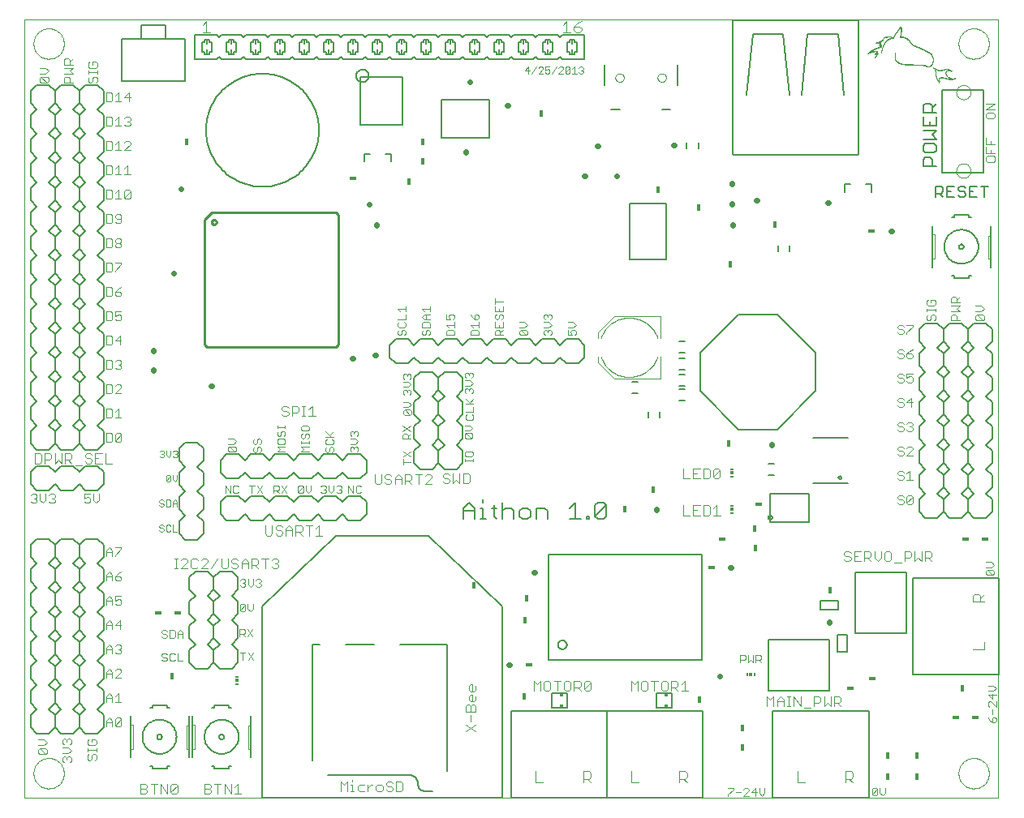
<source format=gto>
G75*
G70*
%OFA0B0*%
%FSLAX24Y24*%
%IPPOS*%
%LPD*%
%AMOC8*
5,1,8,0,0,1.08239X$1,22.5*
%
%ADD10C,0.0000*%
%ADD11C,0.0060*%
%ADD12C,0.0030*%
%ADD13C,0.0040*%
%ADD14C,0.0020*%
%ADD15C,0.0050*%
%ADD16R,0.0004X0.0004*%
%ADD17R,0.0008X0.0004*%
%ADD18R,0.0008X0.0004*%
%ADD19R,0.0012X0.0004*%
%ADD20R,0.0016X0.0004*%
%ADD21R,0.0020X0.0004*%
%ADD22R,0.0024X0.0004*%
%ADD23R,0.0024X0.0004*%
%ADD24R,0.0024X0.0004*%
%ADD25R,0.0028X0.0004*%
%ADD26R,0.0032X0.0004*%
%ADD27R,0.0036X0.0004*%
%ADD28R,0.0036X0.0004*%
%ADD29R,0.0040X0.0004*%
%ADD30R,0.0044X0.0004*%
%ADD31R,0.0044X0.0004*%
%ADD32R,0.0048X0.0004*%
%ADD33R,0.0052X0.0004*%
%ADD34R,0.0028X0.0004*%
%ADD35R,0.0020X0.0004*%
%ADD36R,0.0084X0.0004*%
%ADD37R,0.0140X0.0004*%
%ADD38R,0.0180X0.0004*%
%ADD39R,0.0216X0.0004*%
%ADD40R,0.0244X0.0004*%
%ADD41R,0.0128X0.0004*%
%ADD42R,0.0092X0.0004*%
%ADD43R,0.0108X0.0004*%
%ADD44R,0.0088X0.0004*%
%ADD45R,0.0024X0.0004*%
%ADD46R,0.0100X0.0004*%
%ADD47R,0.0124X0.0004*%
%ADD48R,0.0092X0.0004*%
%ADD49R,0.0148X0.0004*%
%ADD50R,0.0172X0.0004*%
%ADD51R,0.0192X0.0004*%
%ADD52R,0.0084X0.0004*%
%ADD53R,0.0208X0.0004*%
%ADD54R,0.0084X0.0004*%
%ADD55R,0.0076X0.0004*%
%ADD56R,0.0048X0.0004*%
%ADD57R,0.0064X0.0004*%
%ADD58R,0.0060X0.0004*%
%ADD59R,0.0012X0.0004*%
%ADD60R,0.0052X0.0004*%
%ADD61R,0.0092X0.0004*%
%ADD62R,0.0096X0.0004*%
%ADD63R,0.0044X0.0004*%
%ADD64R,0.0056X0.0004*%
%ADD65R,0.0180X0.0004*%
%ADD66R,0.0156X0.0004*%
%ADD67R,0.0136X0.0004*%
%ADD68R,0.0104X0.0004*%
%ADD69R,0.0032X0.0004*%
%ADD70R,0.0032X0.0004*%
%ADD71R,0.0064X0.0004*%
%ADD72R,0.0120X0.0004*%
%ADD73R,0.0040X0.0004*%
%ADD74R,0.0072X0.0004*%
%ADD75R,0.0176X0.0004*%
%ADD76R,0.0164X0.0004*%
%ADD77R,0.0100X0.0004*%
%ADD78R,0.0084X0.0004*%
%ADD79R,0.0132X0.0004*%
%ADD80R,0.0068X0.0004*%
%ADD81R,0.0080X0.0004*%
%ADD82R,0.0112X0.0004*%
%ADD83R,0.0076X0.0004*%
%ADD84R,0.0052X0.0004*%
%ADD85R,0.0080X0.0004*%
%ADD86R,0.0068X0.0004*%
%ADD87R,0.0228X0.0004*%
%ADD88R,0.0204X0.0004*%
%ADD89R,0.0072X0.0004*%
%ADD90R,0.0144X0.0004*%
%ADD91R,0.0012X0.0004*%
%ADD92R,0.0072X0.0004*%
%ADD93R,0.0104X0.0004*%
%ADD94R,0.0052X0.0004*%
%ADD95R,0.0120X0.0004*%
%ADD96R,0.0152X0.0004*%
%ADD97R,0.0200X0.0004*%
%ADD98R,0.0248X0.0004*%
%ADD99R,0.0540X0.0004*%
%ADD100R,0.0640X0.0004*%
%ADD101R,0.0664X0.0004*%
%ADD102R,0.0660X0.0004*%
%ADD103R,0.0620X0.0004*%
%ADD104R,0.0392X0.0004*%
%ADD105R,0.0168X0.0004*%
%ADD106R,0.0144X0.0004*%
%ADD107R,0.0124X0.0004*%
%ADD108R,0.0060X0.0004*%
%ADD109R,0.0064X0.0004*%
%ADD110R,0.0104X0.0004*%
%ADD111R,0.0204X0.0004*%
%ADD112R,0.0184X0.0004*%
%ADD113R,0.0044X0.0004*%
%ADD114R,0.0056X0.0004*%
%ADD115R,0.0032X0.0004*%
%ADD116R,0.0064X0.0004*%
%ADD117R,0.0228X0.0004*%
%ADD118R,0.0144X0.0004*%
%ADD119R,0.0088X0.0004*%
%ADD120R,0.0116X0.0004*%
%ADD121R,0.0188X0.0004*%
%ADD122R,0.0200X0.0004*%
%ADD123R,0.0176X0.0004*%
%ADD124R,0.0016X0.0004*%
%ADD125C,0.0080*%
%ADD126R,0.0100X0.0200*%
%ADD127C,0.0100*%
%ADD128C,0.0220*%
%ADD129R,0.0300X0.0180*%
%ADD130R,0.0180X0.0300*%
%ADD131R,0.0118X0.0059*%
%ADD132R,0.0118X0.0118*%
%ADD133R,0.0059X0.0118*%
%ADD134R,0.0157X0.0138*%
D10*
X000247Y001996D02*
X000247Y033996D01*
X040247Y033996D01*
X040247Y001996D01*
X000247Y001996D01*
X000622Y002996D02*
X000624Y003046D01*
X000630Y003095D01*
X000640Y003144D01*
X000653Y003191D01*
X000671Y003238D01*
X000692Y003283D01*
X000716Y003326D01*
X000744Y003367D01*
X000775Y003406D01*
X000809Y003442D01*
X000846Y003476D01*
X000886Y003506D01*
X000927Y003533D01*
X000971Y003557D01*
X001016Y003577D01*
X001063Y003593D01*
X001111Y003606D01*
X001160Y003615D01*
X001210Y003620D01*
X001259Y003621D01*
X001309Y003618D01*
X001358Y003611D01*
X001407Y003600D01*
X001454Y003586D01*
X001500Y003567D01*
X001545Y003545D01*
X001588Y003520D01*
X001628Y003491D01*
X001666Y003459D01*
X001702Y003425D01*
X001735Y003387D01*
X001764Y003347D01*
X001790Y003305D01*
X001813Y003261D01*
X001832Y003215D01*
X001848Y003168D01*
X001860Y003119D01*
X001868Y003070D01*
X001872Y003021D01*
X001872Y002971D01*
X001868Y002922D01*
X001860Y002873D01*
X001848Y002824D01*
X001832Y002777D01*
X001813Y002731D01*
X001790Y002687D01*
X001764Y002645D01*
X001735Y002605D01*
X001702Y002567D01*
X001666Y002533D01*
X001628Y002501D01*
X001588Y002472D01*
X001545Y002447D01*
X001500Y002425D01*
X001454Y002406D01*
X001407Y002392D01*
X001358Y002381D01*
X001309Y002374D01*
X001259Y002371D01*
X001210Y002372D01*
X001160Y002377D01*
X001111Y002386D01*
X001063Y002399D01*
X001016Y002415D01*
X000971Y002435D01*
X000927Y002459D01*
X000886Y002486D01*
X000846Y002516D01*
X000809Y002550D01*
X000775Y002586D01*
X000744Y002625D01*
X000716Y002666D01*
X000692Y002709D01*
X000671Y002754D01*
X000653Y002801D01*
X000640Y002848D01*
X000630Y002897D01*
X000624Y002946D01*
X000622Y002996D01*
X024524Y031596D02*
X024526Y031622D01*
X024532Y031648D01*
X024542Y031673D01*
X024555Y031696D01*
X024571Y031716D01*
X024591Y031734D01*
X024613Y031749D01*
X024636Y031761D01*
X024662Y031769D01*
X024688Y031773D01*
X024714Y031773D01*
X024740Y031769D01*
X024766Y031761D01*
X024790Y031749D01*
X024811Y031734D01*
X024831Y031716D01*
X024847Y031696D01*
X024860Y031673D01*
X024870Y031648D01*
X024876Y031622D01*
X024878Y031596D01*
X024876Y031570D01*
X024870Y031544D01*
X024860Y031519D01*
X024847Y031496D01*
X024831Y031476D01*
X024811Y031458D01*
X024789Y031443D01*
X024766Y031431D01*
X024740Y031423D01*
X024714Y031419D01*
X024688Y031419D01*
X024662Y031423D01*
X024636Y031431D01*
X024612Y031443D01*
X024591Y031458D01*
X024571Y031476D01*
X024555Y031496D01*
X024542Y031519D01*
X024532Y031544D01*
X024526Y031570D01*
X024524Y031596D01*
X026256Y031596D02*
X026258Y031622D01*
X026264Y031648D01*
X026274Y031673D01*
X026287Y031696D01*
X026303Y031716D01*
X026323Y031734D01*
X026345Y031749D01*
X026368Y031761D01*
X026394Y031769D01*
X026420Y031773D01*
X026446Y031773D01*
X026472Y031769D01*
X026498Y031761D01*
X026522Y031749D01*
X026543Y031734D01*
X026563Y031716D01*
X026579Y031696D01*
X026592Y031673D01*
X026602Y031648D01*
X026608Y031622D01*
X026610Y031596D01*
X026608Y031570D01*
X026602Y031544D01*
X026592Y031519D01*
X026579Y031496D01*
X026563Y031476D01*
X026543Y031458D01*
X026521Y031443D01*
X026498Y031431D01*
X026472Y031423D01*
X026446Y031419D01*
X026420Y031419D01*
X026394Y031423D01*
X026368Y031431D01*
X026344Y031443D01*
X026323Y031458D01*
X026303Y031476D01*
X026287Y031496D01*
X026274Y031519D01*
X026264Y031544D01*
X026258Y031570D01*
X026256Y031596D01*
X038528Y031000D02*
X038530Y031034D01*
X038536Y031068D01*
X038546Y031101D01*
X038559Y031132D01*
X038577Y031162D01*
X038597Y031190D01*
X038621Y031215D01*
X038647Y031237D01*
X038675Y031255D01*
X038706Y031271D01*
X038738Y031283D01*
X038772Y031291D01*
X038806Y031295D01*
X038840Y031295D01*
X038874Y031291D01*
X038908Y031283D01*
X038940Y031271D01*
X038970Y031255D01*
X038999Y031237D01*
X039025Y031215D01*
X039049Y031190D01*
X039069Y031162D01*
X039087Y031132D01*
X039100Y031101D01*
X039110Y031068D01*
X039116Y031034D01*
X039118Y031000D01*
X039116Y030966D01*
X039110Y030932D01*
X039100Y030899D01*
X039087Y030868D01*
X039069Y030838D01*
X039049Y030810D01*
X039025Y030785D01*
X038999Y030763D01*
X038971Y030745D01*
X038940Y030729D01*
X038908Y030717D01*
X038874Y030709D01*
X038840Y030705D01*
X038806Y030705D01*
X038772Y030709D01*
X038738Y030717D01*
X038706Y030729D01*
X038675Y030745D01*
X038647Y030763D01*
X038621Y030785D01*
X038597Y030810D01*
X038577Y030838D01*
X038559Y030868D01*
X038546Y030899D01*
X038536Y030932D01*
X038530Y030966D01*
X038528Y031000D01*
X038622Y032996D02*
X038624Y033046D01*
X038630Y033095D01*
X038640Y033144D01*
X038653Y033191D01*
X038671Y033238D01*
X038692Y033283D01*
X038716Y033326D01*
X038744Y033367D01*
X038775Y033406D01*
X038809Y033442D01*
X038846Y033476D01*
X038886Y033506D01*
X038927Y033533D01*
X038971Y033557D01*
X039016Y033577D01*
X039063Y033593D01*
X039111Y033606D01*
X039160Y033615D01*
X039210Y033620D01*
X039259Y033621D01*
X039309Y033618D01*
X039358Y033611D01*
X039407Y033600D01*
X039454Y033586D01*
X039500Y033567D01*
X039545Y033545D01*
X039588Y033520D01*
X039628Y033491D01*
X039666Y033459D01*
X039702Y033425D01*
X039735Y033387D01*
X039764Y033347D01*
X039790Y033305D01*
X039813Y033261D01*
X039832Y033215D01*
X039848Y033168D01*
X039860Y033119D01*
X039868Y033070D01*
X039872Y033021D01*
X039872Y032971D01*
X039868Y032922D01*
X039860Y032873D01*
X039848Y032824D01*
X039832Y032777D01*
X039813Y032731D01*
X039790Y032687D01*
X039764Y032645D01*
X039735Y032605D01*
X039702Y032567D01*
X039666Y032533D01*
X039628Y032501D01*
X039588Y032472D01*
X039545Y032447D01*
X039500Y032425D01*
X039454Y032406D01*
X039407Y032392D01*
X039358Y032381D01*
X039309Y032374D01*
X039259Y032371D01*
X039210Y032372D01*
X039160Y032377D01*
X039111Y032386D01*
X039063Y032399D01*
X039016Y032415D01*
X038971Y032435D01*
X038927Y032459D01*
X038886Y032486D01*
X038846Y032516D01*
X038809Y032550D01*
X038775Y032586D01*
X038744Y032625D01*
X038716Y032666D01*
X038692Y032709D01*
X038671Y032754D01*
X038653Y032801D01*
X038640Y032848D01*
X038630Y032897D01*
X038624Y032946D01*
X038622Y032996D01*
X038528Y027771D02*
X038530Y027805D01*
X038536Y027839D01*
X038546Y027872D01*
X038559Y027903D01*
X038577Y027933D01*
X038597Y027961D01*
X038621Y027986D01*
X038647Y028008D01*
X038675Y028026D01*
X038706Y028042D01*
X038738Y028054D01*
X038772Y028062D01*
X038806Y028066D01*
X038840Y028066D01*
X038874Y028062D01*
X038908Y028054D01*
X038940Y028042D01*
X038970Y028026D01*
X038999Y028008D01*
X039025Y027986D01*
X039049Y027961D01*
X039069Y027933D01*
X039087Y027903D01*
X039100Y027872D01*
X039110Y027839D01*
X039116Y027805D01*
X039118Y027771D01*
X039116Y027737D01*
X039110Y027703D01*
X039100Y027670D01*
X039087Y027639D01*
X039069Y027609D01*
X039049Y027581D01*
X039025Y027556D01*
X038999Y027534D01*
X038971Y027516D01*
X038940Y027500D01*
X038908Y027488D01*
X038874Y027480D01*
X038840Y027476D01*
X038806Y027476D01*
X038772Y027480D01*
X038738Y027488D01*
X038706Y027500D01*
X038675Y027516D01*
X038647Y027534D01*
X038621Y027556D01*
X038597Y027581D01*
X038577Y027609D01*
X038559Y027639D01*
X038546Y027670D01*
X038536Y027703D01*
X038530Y027737D01*
X038528Y027771D01*
X038622Y002996D02*
X038624Y003046D01*
X038630Y003095D01*
X038640Y003144D01*
X038653Y003191D01*
X038671Y003238D01*
X038692Y003283D01*
X038716Y003326D01*
X038744Y003367D01*
X038775Y003406D01*
X038809Y003442D01*
X038846Y003476D01*
X038886Y003506D01*
X038927Y003533D01*
X038971Y003557D01*
X039016Y003577D01*
X039063Y003593D01*
X039111Y003606D01*
X039160Y003615D01*
X039210Y003620D01*
X039259Y003621D01*
X039309Y003618D01*
X039358Y003611D01*
X039407Y003600D01*
X039454Y003586D01*
X039500Y003567D01*
X039545Y003545D01*
X039588Y003520D01*
X039628Y003491D01*
X039666Y003459D01*
X039702Y003425D01*
X039735Y003387D01*
X039764Y003347D01*
X039790Y003305D01*
X039813Y003261D01*
X039832Y003215D01*
X039848Y003168D01*
X039860Y003119D01*
X039868Y003070D01*
X039872Y003021D01*
X039872Y002971D01*
X039868Y002922D01*
X039860Y002873D01*
X039848Y002824D01*
X039832Y002777D01*
X039813Y002731D01*
X039790Y002687D01*
X039764Y002645D01*
X039735Y002605D01*
X039702Y002567D01*
X039666Y002533D01*
X039628Y002501D01*
X039588Y002472D01*
X039545Y002447D01*
X039500Y002425D01*
X039454Y002406D01*
X039407Y002392D01*
X039358Y002381D01*
X039309Y002374D01*
X039259Y002371D01*
X039210Y002372D01*
X039160Y002377D01*
X039111Y002386D01*
X039063Y002399D01*
X039016Y002415D01*
X038971Y002435D01*
X038927Y002459D01*
X038886Y002486D01*
X038846Y002516D01*
X038809Y002550D01*
X038775Y002586D01*
X038744Y002625D01*
X038716Y002666D01*
X038692Y002709D01*
X038671Y002754D01*
X038653Y002801D01*
X038640Y002848D01*
X038630Y002897D01*
X038624Y002946D01*
X038622Y002996D01*
X000622Y032996D02*
X000624Y033046D01*
X000630Y033095D01*
X000640Y033144D01*
X000653Y033191D01*
X000671Y033238D01*
X000692Y033283D01*
X000716Y033326D01*
X000744Y033367D01*
X000775Y033406D01*
X000809Y033442D01*
X000846Y033476D01*
X000886Y033506D01*
X000927Y033533D01*
X000971Y033557D01*
X001016Y033577D01*
X001063Y033593D01*
X001111Y033606D01*
X001160Y033615D01*
X001210Y033620D01*
X001259Y033621D01*
X001309Y033618D01*
X001358Y033611D01*
X001407Y033600D01*
X001454Y033586D01*
X001500Y033567D01*
X001545Y033545D01*
X001588Y033520D01*
X001628Y033491D01*
X001666Y033459D01*
X001702Y033425D01*
X001735Y033387D01*
X001764Y033347D01*
X001790Y033305D01*
X001813Y033261D01*
X001832Y033215D01*
X001848Y033168D01*
X001860Y033119D01*
X001868Y033070D01*
X001872Y033021D01*
X001872Y032971D01*
X001868Y032922D01*
X001860Y032873D01*
X001848Y032824D01*
X001832Y032777D01*
X001813Y032731D01*
X001790Y032687D01*
X001764Y032645D01*
X001735Y032605D01*
X001702Y032567D01*
X001666Y032533D01*
X001628Y032501D01*
X001588Y032472D01*
X001545Y032447D01*
X001500Y032425D01*
X001454Y032406D01*
X001407Y032392D01*
X001358Y032381D01*
X001309Y032374D01*
X001259Y032371D01*
X001210Y032372D01*
X001160Y032377D01*
X001111Y032386D01*
X001063Y032399D01*
X001016Y032415D01*
X000971Y032435D01*
X000927Y032459D01*
X000886Y032486D01*
X000846Y032516D01*
X000809Y032550D01*
X000775Y032586D01*
X000744Y032625D01*
X000716Y032666D01*
X000692Y032709D01*
X000671Y032754D01*
X000653Y032801D01*
X000640Y032848D01*
X000630Y032897D01*
X000624Y032946D01*
X000622Y032996D01*
D11*
X018510Y014131D02*
X018740Y013901D01*
X018740Y013441D01*
X018971Y013441D02*
X019201Y013441D01*
X019086Y013441D02*
X019086Y013901D01*
X018971Y013901D01*
X019086Y014131D02*
X019086Y014246D01*
X019431Y013901D02*
X019661Y013901D01*
X019546Y014016D02*
X019546Y013556D01*
X019661Y013441D01*
X019891Y013441D02*
X019891Y014131D01*
X020006Y013901D02*
X020237Y013901D01*
X020352Y013786D01*
X020352Y013441D01*
X020582Y013556D02*
X020697Y013441D01*
X020927Y013441D01*
X021042Y013556D01*
X021042Y013786D01*
X020927Y013901D01*
X020697Y013901D01*
X020582Y013786D01*
X020582Y013556D01*
X020006Y013901D02*
X019891Y013786D01*
X018740Y013786D02*
X018280Y013786D01*
X018280Y013901D02*
X018510Y014131D01*
X018280Y013901D02*
X018280Y013441D01*
X021273Y013441D02*
X021273Y013901D01*
X021618Y013901D01*
X021733Y013786D01*
X021733Y013441D01*
X022654Y013441D02*
X023114Y013441D01*
X022884Y013441D02*
X022884Y014131D01*
X022654Y013901D01*
X023344Y013556D02*
X023459Y013556D01*
X023459Y013441D01*
X023344Y013441D01*
X023344Y013556D01*
X023690Y013556D02*
X023690Y014016D01*
X023805Y014131D01*
X024035Y014131D01*
X024150Y014016D01*
X023690Y013556D01*
X023805Y013441D01*
X024035Y013441D01*
X024150Y013556D01*
X024150Y014016D01*
X025881Y017627D02*
X025881Y017864D01*
X026353Y017864D02*
X026353Y017627D01*
X027129Y018309D02*
X027365Y018309D01*
X027365Y018782D02*
X027129Y018782D01*
X027129Y018929D02*
X027365Y018929D01*
X027365Y019402D02*
X027129Y019402D01*
X027129Y019579D02*
X027365Y019579D01*
X027365Y020052D02*
X027129Y020052D01*
X027129Y020289D02*
X027365Y020289D01*
X027365Y020762D02*
X027129Y020762D01*
X025458Y019084D02*
X025222Y019084D01*
X025222Y018611D02*
X025458Y018611D01*
X030799Y015722D02*
X031035Y015722D01*
X031035Y015249D02*
X030799Y015249D01*
X032647Y014936D02*
X034067Y014936D01*
X034067Y016796D02*
X032647Y016796D01*
X038437Y023346D02*
X039037Y023346D01*
X039037Y023446D01*
X039137Y023446D01*
X038437Y023446D02*
X038337Y023446D01*
X038437Y023446D02*
X038437Y023346D01*
X037537Y023796D02*
X037537Y024146D01*
X037537Y025146D01*
X037537Y025496D01*
X038337Y025846D02*
X038437Y025846D01*
X038437Y025946D01*
X039037Y025946D01*
X039037Y025846D01*
X039137Y025846D01*
X039937Y025496D02*
X039937Y025096D01*
X039937Y024146D01*
X039937Y023796D01*
X038637Y024646D02*
X038639Y024666D01*
X038645Y024684D01*
X038654Y024702D01*
X038666Y024717D01*
X038681Y024729D01*
X038699Y024738D01*
X038717Y024744D01*
X038737Y024746D01*
X038757Y024744D01*
X038775Y024738D01*
X038793Y024729D01*
X038808Y024717D01*
X038820Y024702D01*
X038829Y024684D01*
X038835Y024666D01*
X038837Y024646D01*
X038835Y024626D01*
X038829Y024608D01*
X038820Y024590D01*
X038808Y024575D01*
X038793Y024563D01*
X038775Y024554D01*
X038757Y024548D01*
X038737Y024546D01*
X038717Y024548D01*
X038699Y024554D01*
X038681Y024563D01*
X038666Y024575D01*
X038654Y024590D01*
X038645Y024608D01*
X038639Y024626D01*
X038637Y024646D01*
X038037Y024646D02*
X038039Y024698D01*
X038045Y024750D01*
X038055Y024802D01*
X038068Y024852D01*
X038085Y024902D01*
X038106Y024950D01*
X038131Y024996D01*
X038159Y025040D01*
X038190Y025082D01*
X038224Y025122D01*
X038261Y025159D01*
X038301Y025193D01*
X038343Y025224D01*
X038387Y025252D01*
X038433Y025277D01*
X038481Y025298D01*
X038531Y025315D01*
X038581Y025328D01*
X038633Y025338D01*
X038685Y025344D01*
X038737Y025346D01*
X038789Y025344D01*
X038841Y025338D01*
X038893Y025328D01*
X038943Y025315D01*
X038993Y025298D01*
X039041Y025277D01*
X039087Y025252D01*
X039131Y025224D01*
X039173Y025193D01*
X039213Y025159D01*
X039250Y025122D01*
X039284Y025082D01*
X039315Y025040D01*
X039343Y024996D01*
X039368Y024950D01*
X039389Y024902D01*
X039406Y024852D01*
X039419Y024802D01*
X039429Y024750D01*
X039435Y024698D01*
X039437Y024646D01*
X039435Y024594D01*
X039429Y024542D01*
X039419Y024490D01*
X039406Y024440D01*
X039389Y024390D01*
X039368Y024342D01*
X039343Y024296D01*
X039315Y024252D01*
X039284Y024210D01*
X039250Y024170D01*
X039213Y024133D01*
X039173Y024099D01*
X039131Y024068D01*
X039087Y024040D01*
X039041Y024015D01*
X038993Y023994D01*
X038943Y023977D01*
X038893Y023964D01*
X038841Y023954D01*
X038789Y023948D01*
X038737Y023946D01*
X038685Y023948D01*
X038633Y023954D01*
X038581Y023964D01*
X038531Y023977D01*
X038481Y023994D01*
X038433Y024015D01*
X038387Y024040D01*
X038343Y024068D01*
X038301Y024099D01*
X038261Y024133D01*
X038224Y024170D01*
X038190Y024210D01*
X038159Y024252D01*
X038131Y024296D01*
X038106Y024342D01*
X038085Y024390D01*
X038068Y024440D01*
X038055Y024490D01*
X038045Y024542D01*
X038039Y024594D01*
X038037Y024646D01*
X031680Y024680D02*
X031680Y024443D01*
X031208Y024443D02*
X031208Y024680D01*
X027933Y028677D02*
X027933Y028914D01*
X027461Y028914D02*
X027461Y028677D01*
X008647Y005796D02*
X008047Y005796D01*
X008047Y005696D01*
X007947Y005696D01*
X008647Y005696D02*
X008747Y005696D01*
X008647Y005696D02*
X008647Y005796D01*
X009547Y005346D02*
X009547Y004946D01*
X009547Y003996D01*
X009547Y003646D01*
X008747Y003296D02*
X008647Y003296D01*
X008647Y003196D01*
X008047Y003196D01*
X008047Y003296D01*
X007947Y003296D01*
X007147Y003646D02*
X007147Y003996D01*
X007147Y004996D01*
X007147Y005346D01*
X006997Y005346D02*
X006997Y004946D01*
X006997Y003996D01*
X006997Y003646D01*
X006197Y003296D02*
X006097Y003296D01*
X006097Y003196D01*
X005497Y003196D01*
X005497Y003296D01*
X005397Y003296D01*
X004597Y003646D02*
X004597Y003996D01*
X004597Y004996D01*
X004597Y005346D01*
X005397Y005696D02*
X005497Y005696D01*
X005497Y005796D01*
X006097Y005796D01*
X006097Y005696D01*
X006197Y005696D01*
X005697Y004496D02*
X005699Y004516D01*
X005705Y004534D01*
X005714Y004552D01*
X005726Y004567D01*
X005741Y004579D01*
X005759Y004588D01*
X005777Y004594D01*
X005797Y004596D01*
X005817Y004594D01*
X005835Y004588D01*
X005853Y004579D01*
X005868Y004567D01*
X005880Y004552D01*
X005889Y004534D01*
X005895Y004516D01*
X005897Y004496D01*
X005895Y004476D01*
X005889Y004458D01*
X005880Y004440D01*
X005868Y004425D01*
X005853Y004413D01*
X005835Y004404D01*
X005817Y004398D01*
X005797Y004396D01*
X005777Y004398D01*
X005759Y004404D01*
X005741Y004413D01*
X005726Y004425D01*
X005714Y004440D01*
X005705Y004458D01*
X005699Y004476D01*
X005697Y004496D01*
X005097Y004496D02*
X005099Y004548D01*
X005105Y004600D01*
X005115Y004652D01*
X005128Y004702D01*
X005145Y004752D01*
X005166Y004800D01*
X005191Y004846D01*
X005219Y004890D01*
X005250Y004932D01*
X005284Y004972D01*
X005321Y005009D01*
X005361Y005043D01*
X005403Y005074D01*
X005447Y005102D01*
X005493Y005127D01*
X005541Y005148D01*
X005591Y005165D01*
X005641Y005178D01*
X005693Y005188D01*
X005745Y005194D01*
X005797Y005196D01*
X005849Y005194D01*
X005901Y005188D01*
X005953Y005178D01*
X006003Y005165D01*
X006053Y005148D01*
X006101Y005127D01*
X006147Y005102D01*
X006191Y005074D01*
X006233Y005043D01*
X006273Y005009D01*
X006310Y004972D01*
X006344Y004932D01*
X006375Y004890D01*
X006403Y004846D01*
X006428Y004800D01*
X006449Y004752D01*
X006466Y004702D01*
X006479Y004652D01*
X006489Y004600D01*
X006495Y004548D01*
X006497Y004496D01*
X006495Y004444D01*
X006489Y004392D01*
X006479Y004340D01*
X006466Y004290D01*
X006449Y004240D01*
X006428Y004192D01*
X006403Y004146D01*
X006375Y004102D01*
X006344Y004060D01*
X006310Y004020D01*
X006273Y003983D01*
X006233Y003949D01*
X006191Y003918D01*
X006147Y003890D01*
X006101Y003865D01*
X006053Y003844D01*
X006003Y003827D01*
X005953Y003814D01*
X005901Y003804D01*
X005849Y003798D01*
X005797Y003796D01*
X005745Y003798D01*
X005693Y003804D01*
X005641Y003814D01*
X005591Y003827D01*
X005541Y003844D01*
X005493Y003865D01*
X005447Y003890D01*
X005403Y003918D01*
X005361Y003949D01*
X005321Y003983D01*
X005284Y004020D01*
X005250Y004060D01*
X005219Y004102D01*
X005191Y004146D01*
X005166Y004192D01*
X005145Y004240D01*
X005128Y004290D01*
X005115Y004340D01*
X005105Y004392D01*
X005099Y004444D01*
X005097Y004496D01*
X008247Y004496D02*
X008249Y004516D01*
X008255Y004534D01*
X008264Y004552D01*
X008276Y004567D01*
X008291Y004579D01*
X008309Y004588D01*
X008327Y004594D01*
X008347Y004596D01*
X008367Y004594D01*
X008385Y004588D01*
X008403Y004579D01*
X008418Y004567D01*
X008430Y004552D01*
X008439Y004534D01*
X008445Y004516D01*
X008447Y004496D01*
X008445Y004476D01*
X008439Y004458D01*
X008430Y004440D01*
X008418Y004425D01*
X008403Y004413D01*
X008385Y004404D01*
X008367Y004398D01*
X008347Y004396D01*
X008327Y004398D01*
X008309Y004404D01*
X008291Y004413D01*
X008276Y004425D01*
X008264Y004440D01*
X008255Y004458D01*
X008249Y004476D01*
X008247Y004496D01*
X007647Y004496D02*
X007649Y004548D01*
X007655Y004600D01*
X007665Y004652D01*
X007678Y004702D01*
X007695Y004752D01*
X007716Y004800D01*
X007741Y004846D01*
X007769Y004890D01*
X007800Y004932D01*
X007834Y004972D01*
X007871Y005009D01*
X007911Y005043D01*
X007953Y005074D01*
X007997Y005102D01*
X008043Y005127D01*
X008091Y005148D01*
X008141Y005165D01*
X008191Y005178D01*
X008243Y005188D01*
X008295Y005194D01*
X008347Y005196D01*
X008399Y005194D01*
X008451Y005188D01*
X008503Y005178D01*
X008553Y005165D01*
X008603Y005148D01*
X008651Y005127D01*
X008697Y005102D01*
X008741Y005074D01*
X008783Y005043D01*
X008823Y005009D01*
X008860Y004972D01*
X008894Y004932D01*
X008925Y004890D01*
X008953Y004846D01*
X008978Y004800D01*
X008999Y004752D01*
X009016Y004702D01*
X009029Y004652D01*
X009039Y004600D01*
X009045Y004548D01*
X009047Y004496D01*
X009045Y004444D01*
X009039Y004392D01*
X009029Y004340D01*
X009016Y004290D01*
X008999Y004240D01*
X008978Y004192D01*
X008953Y004146D01*
X008925Y004102D01*
X008894Y004060D01*
X008860Y004020D01*
X008823Y003983D01*
X008783Y003949D01*
X008741Y003918D01*
X008697Y003890D01*
X008651Y003865D01*
X008603Y003844D01*
X008553Y003827D01*
X008503Y003814D01*
X008451Y003804D01*
X008399Y003798D01*
X008347Y003796D01*
X008295Y003798D01*
X008243Y003804D01*
X008191Y003814D01*
X008141Y003827D01*
X008091Y003844D01*
X008043Y003865D01*
X007997Y003890D01*
X007953Y003918D01*
X007911Y003949D01*
X007871Y003983D01*
X007834Y004020D01*
X007800Y004060D01*
X007769Y004102D01*
X007741Y004146D01*
X007716Y004192D01*
X007695Y004240D01*
X007678Y004290D01*
X007665Y004340D01*
X007655Y004392D01*
X007649Y004444D01*
X007647Y004496D01*
D12*
X004227Y004972D02*
X004165Y004911D01*
X004042Y004911D01*
X003980Y004972D01*
X004227Y005219D01*
X004227Y004972D01*
X003980Y004972D02*
X003980Y005219D01*
X004042Y005281D01*
X004165Y005281D01*
X004227Y005219D01*
X003859Y005157D02*
X003859Y004911D01*
X003859Y005096D02*
X003612Y005096D01*
X003612Y005157D02*
X003612Y004911D01*
X003612Y005157D02*
X003735Y005281D01*
X003859Y005157D01*
X003859Y005911D02*
X003859Y006157D01*
X003735Y006281D01*
X003612Y006157D01*
X003612Y005911D01*
X003612Y006096D02*
X003859Y006096D01*
X003980Y006157D02*
X004104Y006281D01*
X004104Y005911D01*
X004227Y005911D02*
X003980Y005911D01*
X003980Y006911D02*
X004227Y007157D01*
X004227Y007219D01*
X004165Y007281D01*
X004042Y007281D01*
X003980Y007219D01*
X003859Y007157D02*
X003735Y007281D01*
X003612Y007157D01*
X003612Y006911D01*
X003612Y007096D02*
X003859Y007096D01*
X003859Y007157D02*
X003859Y006911D01*
X003980Y006911D02*
X004227Y006911D01*
X004165Y007911D02*
X004042Y007911D01*
X003980Y007972D01*
X003859Y007911D02*
X003859Y008157D01*
X003735Y008281D01*
X003612Y008157D01*
X003612Y007911D01*
X003612Y008096D02*
X003859Y008096D01*
X003980Y008219D02*
X004042Y008281D01*
X004165Y008281D01*
X004227Y008219D01*
X004227Y008157D01*
X004165Y008096D01*
X004227Y008034D01*
X004227Y007972D01*
X004165Y007911D01*
X004165Y008096D02*
X004104Y008096D01*
X004165Y008911D02*
X004165Y009281D01*
X003980Y009096D01*
X004227Y009096D01*
X003859Y009096D02*
X003612Y009096D01*
X003612Y009157D02*
X003735Y009281D01*
X003859Y009157D01*
X003859Y008911D01*
X003612Y008911D02*
X003612Y009157D01*
X003612Y009911D02*
X003612Y010157D01*
X003735Y010281D01*
X003859Y010157D01*
X003859Y009911D01*
X003980Y009972D02*
X004042Y009911D01*
X004165Y009911D01*
X004227Y009972D01*
X004227Y010096D01*
X004165Y010157D01*
X004104Y010157D01*
X003980Y010096D01*
X003980Y010281D01*
X004227Y010281D01*
X003859Y010096D02*
X003612Y010096D01*
X003612Y010911D02*
X003612Y011157D01*
X003735Y011281D01*
X003859Y011157D01*
X003859Y010911D01*
X003980Y010972D02*
X004042Y010911D01*
X004165Y010911D01*
X004227Y010972D01*
X004227Y011034D01*
X004165Y011096D01*
X003980Y011096D01*
X003980Y010972D01*
X003980Y011096D02*
X004104Y011219D01*
X004227Y011281D01*
X003859Y011096D02*
X003612Y011096D01*
X003612Y011911D02*
X003612Y012157D01*
X003735Y012281D01*
X003859Y012157D01*
X003859Y011911D01*
X003980Y011911D02*
X003980Y011972D01*
X004227Y012219D01*
X004227Y012281D01*
X003980Y012281D01*
X003859Y012096D02*
X003612Y012096D01*
X003194Y014111D02*
X003317Y014234D01*
X003317Y014481D01*
X003070Y014481D02*
X003070Y014234D01*
X003194Y014111D01*
X002949Y014172D02*
X002887Y014111D01*
X002764Y014111D01*
X002702Y014172D01*
X002702Y014296D02*
X002825Y014357D01*
X002887Y014357D01*
X002949Y014296D01*
X002949Y014172D01*
X002702Y014296D02*
X002702Y014481D01*
X002949Y014481D01*
X001496Y014419D02*
X001496Y014357D01*
X001434Y014296D01*
X001496Y014234D01*
X001496Y014172D01*
X001434Y014111D01*
X001310Y014111D01*
X001249Y014172D01*
X001127Y014234D02*
X001127Y014481D01*
X001249Y014419D02*
X001310Y014481D01*
X001434Y014481D01*
X001496Y014419D01*
X001434Y014296D02*
X001372Y014296D01*
X001127Y014234D02*
X001004Y014111D01*
X000880Y014234D01*
X000880Y014481D01*
X000759Y014419D02*
X000759Y014357D01*
X000697Y014296D01*
X000759Y014234D01*
X000759Y014172D01*
X000697Y014111D01*
X000574Y014111D01*
X000512Y014172D01*
X000635Y014296D02*
X000697Y014296D01*
X000759Y014419D02*
X000697Y014481D01*
X000574Y014481D01*
X000512Y014419D01*
X003612Y016611D02*
X003612Y016981D01*
X003797Y016981D01*
X003859Y016919D01*
X003859Y016672D01*
X003797Y016611D01*
X003612Y016611D01*
X003980Y016672D02*
X003980Y016919D01*
X004042Y016981D01*
X004165Y016981D01*
X004227Y016919D01*
X003980Y016672D01*
X004042Y016611D01*
X004165Y016611D01*
X004227Y016672D01*
X004227Y016919D01*
X004227Y017611D02*
X003980Y017611D01*
X004104Y017611D02*
X004104Y017981D01*
X003980Y017857D01*
X003859Y017919D02*
X003797Y017981D01*
X003612Y017981D01*
X003612Y017611D01*
X003797Y017611D01*
X003859Y017672D01*
X003859Y017919D01*
X003797Y018611D02*
X003612Y018611D01*
X003612Y018981D01*
X003797Y018981D01*
X003859Y018919D01*
X003859Y018672D01*
X003797Y018611D01*
X003980Y018611D02*
X004227Y018857D01*
X004227Y018919D01*
X004165Y018981D01*
X004042Y018981D01*
X003980Y018919D01*
X003980Y018611D02*
X004227Y018611D01*
X004165Y019611D02*
X004042Y019611D01*
X003980Y019672D01*
X003859Y019672D02*
X003859Y019919D01*
X003797Y019981D01*
X003612Y019981D01*
X003612Y019611D01*
X003797Y019611D01*
X003859Y019672D01*
X004104Y019796D02*
X004165Y019796D01*
X004227Y019734D01*
X004227Y019672D01*
X004165Y019611D01*
X004165Y019796D02*
X004227Y019857D01*
X004227Y019919D01*
X004165Y019981D01*
X004042Y019981D01*
X003980Y019919D01*
X003797Y020611D02*
X003612Y020611D01*
X003612Y020981D01*
X003797Y020981D01*
X003859Y020919D01*
X003859Y020672D01*
X003797Y020611D01*
X003980Y020796D02*
X004227Y020796D01*
X004165Y020611D02*
X004165Y020981D01*
X003980Y020796D01*
X004042Y021611D02*
X003980Y021672D01*
X004042Y021611D02*
X004165Y021611D01*
X004227Y021672D01*
X004227Y021796D01*
X004165Y021857D01*
X004104Y021857D01*
X003980Y021796D01*
X003980Y021981D01*
X004227Y021981D01*
X003859Y021919D02*
X003859Y021672D01*
X003797Y021611D01*
X003612Y021611D01*
X003612Y021981D01*
X003797Y021981D01*
X003859Y021919D01*
X003797Y022611D02*
X003612Y022611D01*
X003612Y022981D01*
X003797Y022981D01*
X003859Y022919D01*
X003859Y022672D01*
X003797Y022611D01*
X003980Y022672D02*
X004042Y022611D01*
X004165Y022611D01*
X004227Y022672D01*
X004227Y022734D01*
X004165Y022796D01*
X003980Y022796D01*
X003980Y022672D01*
X003980Y022796D02*
X004104Y022919D01*
X004227Y022981D01*
X003980Y023611D02*
X003980Y023672D01*
X004227Y023919D01*
X004227Y023981D01*
X003980Y023981D01*
X003859Y023919D02*
X003797Y023981D01*
X003612Y023981D01*
X003612Y023611D01*
X003797Y023611D01*
X003859Y023672D01*
X003859Y023919D01*
X003797Y024611D02*
X003612Y024611D01*
X003612Y024981D01*
X003797Y024981D01*
X003859Y024919D01*
X003859Y024672D01*
X003797Y024611D01*
X003980Y024672D02*
X004042Y024611D01*
X004165Y024611D01*
X004227Y024672D01*
X004227Y024734D01*
X004165Y024796D01*
X004042Y024796D01*
X003980Y024857D01*
X003980Y024919D01*
X004042Y024981D01*
X004165Y024981D01*
X004227Y024919D01*
X004227Y024857D01*
X004165Y024796D01*
X004042Y024796D02*
X003980Y024734D01*
X003980Y024672D01*
X004042Y025611D02*
X004165Y025611D01*
X004227Y025672D01*
X004227Y025919D01*
X004165Y025981D01*
X004042Y025981D01*
X003980Y025919D01*
X003980Y025857D01*
X004042Y025796D01*
X004227Y025796D01*
X004042Y025611D02*
X003980Y025672D01*
X003859Y025672D02*
X003859Y025919D01*
X003797Y025981D01*
X003612Y025981D01*
X003612Y025611D01*
X003797Y025611D01*
X003859Y025672D01*
X003797Y026611D02*
X003612Y026611D01*
X003612Y026981D01*
X003797Y026981D01*
X003859Y026919D01*
X003859Y026672D01*
X003797Y026611D01*
X003980Y026611D02*
X004227Y026611D01*
X004104Y026611D02*
X004104Y026981D01*
X003980Y026857D01*
X004349Y026919D02*
X004349Y026672D01*
X004596Y026919D01*
X004596Y026672D01*
X004534Y026611D01*
X004410Y026611D01*
X004349Y026672D01*
X004349Y026919D02*
X004410Y026981D01*
X004534Y026981D01*
X004596Y026919D01*
X004596Y027611D02*
X004349Y027611D01*
X004227Y027611D02*
X003980Y027611D01*
X004104Y027611D02*
X004104Y027981D01*
X003980Y027857D01*
X003859Y027919D02*
X003797Y027981D01*
X003612Y027981D01*
X003612Y027611D01*
X003797Y027611D01*
X003859Y027672D01*
X003859Y027919D01*
X004349Y027857D02*
X004472Y027981D01*
X004472Y027611D01*
X004349Y028611D02*
X004596Y028857D01*
X004596Y028919D01*
X004534Y028981D01*
X004410Y028981D01*
X004349Y028919D01*
X004104Y028981D02*
X004104Y028611D01*
X004227Y028611D02*
X003980Y028611D01*
X003859Y028672D02*
X003859Y028919D01*
X003797Y028981D01*
X003612Y028981D01*
X003612Y028611D01*
X003797Y028611D01*
X003859Y028672D01*
X003980Y028857D02*
X004104Y028981D01*
X004349Y028611D02*
X004596Y028611D01*
X004534Y029611D02*
X004410Y029611D01*
X004349Y029672D01*
X004227Y029611D02*
X003980Y029611D01*
X004104Y029611D02*
X004104Y029981D01*
X003980Y029857D01*
X003859Y029919D02*
X003797Y029981D01*
X003612Y029981D01*
X003612Y029611D01*
X003797Y029611D01*
X003859Y029672D01*
X003859Y029919D01*
X004349Y029919D02*
X004410Y029981D01*
X004534Y029981D01*
X004596Y029919D01*
X004596Y029857D01*
X004534Y029796D01*
X004596Y029734D01*
X004596Y029672D01*
X004534Y029611D01*
X004534Y029796D02*
X004472Y029796D01*
X004534Y030611D02*
X004534Y030981D01*
X004349Y030796D01*
X004596Y030796D01*
X004227Y030611D02*
X003980Y030611D01*
X004104Y030611D02*
X004104Y030981D01*
X003980Y030857D01*
X003859Y030919D02*
X003797Y030981D01*
X003612Y030981D01*
X003612Y030611D01*
X003797Y030611D01*
X003859Y030672D01*
X003859Y030919D01*
X003232Y031452D02*
X003232Y031576D01*
X003170Y031637D01*
X003109Y031637D01*
X003047Y031576D01*
X003047Y031452D01*
X002985Y031391D01*
X002923Y031391D01*
X002862Y031452D01*
X002862Y031576D01*
X002923Y031637D01*
X002862Y031759D02*
X002862Y031882D01*
X002862Y031821D02*
X003232Y031821D01*
X003232Y031882D02*
X003232Y031759D01*
X003170Y032004D02*
X003232Y032066D01*
X003232Y032190D01*
X003170Y032251D01*
X003047Y032251D01*
X003047Y032128D01*
X003170Y032004D02*
X002923Y032004D01*
X002862Y032066D01*
X002862Y032190D01*
X002923Y032251D01*
X002232Y032374D02*
X002109Y032251D01*
X002109Y032312D02*
X002109Y032127D01*
X002232Y032127D02*
X001862Y032127D01*
X001862Y032312D01*
X001923Y032374D01*
X002047Y032374D01*
X002109Y032312D01*
X002232Y032006D02*
X001862Y032006D01*
X001862Y031759D02*
X002232Y031759D01*
X002109Y031882D01*
X002232Y032006D01*
X002047Y031637D02*
X001923Y031637D01*
X001862Y031576D01*
X001862Y031391D01*
X002232Y031391D01*
X002109Y031391D02*
X002109Y031576D01*
X002047Y031637D01*
X001232Y031576D02*
X001232Y031452D01*
X001170Y031391D01*
X000923Y031637D01*
X001170Y031637D01*
X001232Y031576D01*
X001170Y031391D02*
X000923Y031391D01*
X000862Y031452D01*
X000862Y031576D01*
X000923Y031637D01*
X000862Y031759D02*
X001109Y031759D01*
X001232Y031882D01*
X001109Y032006D01*
X000862Y032006D01*
X003170Y031391D02*
X003232Y031452D01*
X015582Y022084D02*
X015902Y022084D01*
X015902Y021977D02*
X015902Y022191D01*
X015688Y021977D02*
X015582Y022084D01*
X015902Y021869D02*
X015902Y021655D01*
X015582Y021655D01*
X015635Y021546D02*
X015582Y021493D01*
X015582Y021386D01*
X015635Y021333D01*
X015849Y021333D01*
X015902Y021386D01*
X015902Y021493D01*
X015849Y021546D01*
X015849Y021224D02*
X015902Y021171D01*
X015902Y021064D01*
X015849Y021011D01*
X015742Y021064D02*
X015742Y021171D01*
X015795Y021224D01*
X015849Y021224D01*
X015742Y021064D02*
X015688Y021011D01*
X015635Y021011D01*
X015582Y021064D01*
X015582Y021171D01*
X015635Y021224D01*
X016582Y021171D02*
X016582Y021064D01*
X016635Y021011D01*
X016688Y021011D01*
X016742Y021064D01*
X016742Y021171D01*
X016795Y021224D01*
X016849Y021224D01*
X016902Y021171D01*
X016902Y021064D01*
X016849Y021011D01*
X016635Y021224D02*
X016582Y021171D01*
X016582Y021333D02*
X016582Y021493D01*
X016635Y021546D01*
X016849Y021546D01*
X016902Y021493D01*
X016902Y021333D01*
X016582Y021333D01*
X016688Y021655D02*
X016582Y021762D01*
X016688Y021869D01*
X016902Y021869D01*
X016902Y021977D02*
X016902Y022191D01*
X016902Y022084D02*
X016582Y022084D01*
X016688Y021977D01*
X016742Y021869D02*
X016742Y021655D01*
X016688Y021655D02*
X016902Y021655D01*
X017582Y021655D02*
X017742Y021655D01*
X017688Y021762D01*
X017688Y021815D01*
X017742Y021869D01*
X017849Y021869D01*
X017902Y021815D01*
X017902Y021709D01*
X017849Y021655D01*
X017902Y021546D02*
X017902Y021333D01*
X017902Y021440D02*
X017582Y021440D01*
X017688Y021333D01*
X017635Y021224D02*
X017582Y021171D01*
X017582Y021011D01*
X017902Y021011D01*
X017902Y021171D01*
X017849Y021224D01*
X017635Y021224D01*
X017582Y021655D02*
X017582Y021869D01*
X018582Y021869D02*
X018635Y021762D01*
X018742Y021655D01*
X018742Y021815D01*
X018795Y021869D01*
X018849Y021869D01*
X018902Y021815D01*
X018902Y021709D01*
X018849Y021655D01*
X018742Y021655D01*
X018902Y021546D02*
X018902Y021333D01*
X018902Y021440D02*
X018582Y021440D01*
X018688Y021333D01*
X018635Y021224D02*
X018582Y021171D01*
X018582Y021011D01*
X018902Y021011D01*
X018902Y021171D01*
X018849Y021224D01*
X018635Y021224D01*
X019582Y021171D02*
X019635Y021224D01*
X019742Y021224D01*
X019795Y021171D01*
X019795Y021011D01*
X019795Y021117D02*
X019902Y021224D01*
X019902Y021333D02*
X019902Y021546D01*
X019849Y021655D02*
X019902Y021709D01*
X019902Y021815D01*
X019849Y021869D01*
X019795Y021869D01*
X019742Y021815D01*
X019742Y021709D01*
X019688Y021655D01*
X019635Y021655D01*
X019582Y021709D01*
X019582Y021815D01*
X019635Y021869D01*
X019582Y021977D02*
X019902Y021977D01*
X019902Y022191D01*
X019742Y022084D02*
X019742Y021977D01*
X019582Y021977D02*
X019582Y022191D01*
X019582Y022300D02*
X019582Y022513D01*
X019582Y022406D02*
X019902Y022406D01*
X019582Y021546D02*
X019582Y021333D01*
X019902Y021333D01*
X019742Y021333D02*
X019742Y021440D01*
X019582Y021171D02*
X019582Y021011D01*
X019902Y021011D01*
X020582Y021064D02*
X020582Y021171D01*
X020635Y021224D01*
X020849Y021011D01*
X020902Y021064D01*
X020902Y021171D01*
X020849Y021224D01*
X020635Y021224D01*
X020582Y021333D02*
X020795Y021333D01*
X020902Y021440D01*
X020795Y021546D01*
X020582Y021546D01*
X020582Y021064D02*
X020635Y021011D01*
X020849Y021011D01*
X021582Y021064D02*
X021582Y021171D01*
X021635Y021224D01*
X021688Y021224D01*
X021742Y021171D01*
X021795Y021224D01*
X021849Y021224D01*
X021902Y021171D01*
X021902Y021064D01*
X021849Y021011D01*
X021742Y021117D02*
X021742Y021171D01*
X021795Y021333D02*
X021902Y021440D01*
X021795Y021546D01*
X021582Y021546D01*
X021635Y021655D02*
X021582Y021709D01*
X021582Y021815D01*
X021635Y021869D01*
X021688Y021869D01*
X021742Y021815D01*
X021795Y021869D01*
X021849Y021869D01*
X021902Y021815D01*
X021902Y021709D01*
X021849Y021655D01*
X021742Y021762D02*
X021742Y021815D01*
X021795Y021333D02*
X021582Y021333D01*
X021582Y021064D02*
X021635Y021011D01*
X022582Y021011D02*
X022742Y021011D01*
X022688Y021117D01*
X022688Y021171D01*
X022742Y021224D01*
X022849Y021224D01*
X022902Y021171D01*
X022902Y021064D01*
X022849Y021011D01*
X022582Y021011D02*
X022582Y021224D01*
X022582Y021333D02*
X022795Y021333D01*
X022902Y021440D01*
X022795Y021546D01*
X022582Y021546D01*
X018662Y019415D02*
X018662Y019309D01*
X018609Y019255D01*
X018555Y019146D02*
X018342Y019146D01*
X018395Y019255D02*
X018342Y019309D01*
X018342Y019415D01*
X018395Y019469D01*
X018448Y019469D01*
X018502Y019415D01*
X018555Y019469D01*
X018609Y019469D01*
X018662Y019415D01*
X018502Y019415D02*
X018502Y019362D01*
X018555Y019146D02*
X018662Y019040D01*
X018555Y018933D01*
X018342Y018933D01*
X018395Y018824D02*
X018448Y018824D01*
X018502Y018771D01*
X018555Y018824D01*
X018609Y018824D01*
X018662Y018771D01*
X018662Y018664D01*
X018609Y018611D01*
X018502Y018717D02*
X018502Y018771D01*
X018395Y018824D02*
X018342Y018771D01*
X018342Y018664D01*
X018395Y018611D01*
X018371Y018392D02*
X018584Y018178D01*
X018531Y018232D02*
X018691Y018392D01*
X018691Y018178D02*
X018371Y018178D01*
X018371Y017856D02*
X018691Y017856D01*
X018691Y018069D01*
X018638Y017747D02*
X018691Y017694D01*
X018691Y017587D01*
X018638Y017534D01*
X018424Y017534D01*
X018371Y017587D01*
X018371Y017694D01*
X018424Y017747D01*
X018332Y017296D02*
X018545Y017296D01*
X018652Y017190D01*
X018545Y017083D01*
X018332Y017083D01*
X018385Y016974D02*
X018599Y016761D01*
X018652Y016814D01*
X018652Y016921D01*
X018599Y016974D01*
X018385Y016974D01*
X018332Y016921D01*
X018332Y016814D01*
X018385Y016761D01*
X018599Y016761D01*
X018609Y016239D02*
X018395Y016239D01*
X018342Y016186D01*
X018342Y016079D01*
X018395Y016025D01*
X018609Y016025D01*
X018662Y016079D01*
X018662Y016186D01*
X018609Y016239D01*
X018662Y015917D02*
X018662Y015811D01*
X018662Y015864D02*
X018342Y015864D01*
X018342Y015811D02*
X018342Y015917D01*
X016122Y016021D02*
X015802Y016235D01*
X015802Y016021D02*
X016122Y016235D01*
X016122Y015806D02*
X015802Y015806D01*
X015802Y015699D02*
X015802Y015913D01*
X015794Y016741D02*
X015794Y016901D01*
X015847Y016955D01*
X015954Y016955D01*
X016007Y016901D01*
X016007Y016741D01*
X016007Y016848D02*
X016114Y016955D01*
X016114Y017063D02*
X015794Y017277D01*
X015794Y017063D02*
X016114Y017277D01*
X016080Y017731D02*
X015866Y017945D01*
X016080Y017945D01*
X016133Y017891D01*
X016133Y017784D01*
X016080Y017731D01*
X015866Y017731D01*
X015813Y017784D01*
X015813Y017891D01*
X015866Y017945D01*
X015813Y018053D02*
X016026Y018053D01*
X016133Y018160D01*
X016026Y018267D01*
X015813Y018267D01*
X015856Y018556D02*
X015803Y018609D01*
X015803Y018716D01*
X015856Y018769D01*
X015909Y018769D01*
X015963Y018716D01*
X016016Y018769D01*
X016070Y018769D01*
X016123Y018716D01*
X016123Y018609D01*
X016070Y018556D01*
X015963Y018663D02*
X015963Y018716D01*
X016016Y018878D02*
X016123Y018985D01*
X016016Y019092D01*
X015803Y019092D01*
X015856Y019200D02*
X015803Y019254D01*
X015803Y019360D01*
X015856Y019414D01*
X015909Y019414D01*
X015963Y019360D01*
X016016Y019414D01*
X016070Y019414D01*
X016123Y019360D01*
X016123Y019254D01*
X016070Y019200D01*
X015963Y019307D02*
X015963Y019360D01*
X016016Y018878D02*
X015803Y018878D01*
X013950Y017017D02*
X013950Y016911D01*
X013897Y016857D01*
X013843Y016749D02*
X013630Y016749D01*
X013683Y016857D02*
X013630Y016911D01*
X013630Y017017D01*
X013683Y017071D01*
X013736Y017071D01*
X013790Y017017D01*
X013843Y017071D01*
X013897Y017071D01*
X013950Y017017D01*
X013790Y017017D02*
X013790Y016964D01*
X013843Y016749D02*
X013950Y016642D01*
X013843Y016535D01*
X013630Y016535D01*
X013683Y016426D02*
X013736Y016426D01*
X013790Y016373D01*
X013843Y016426D01*
X013897Y016426D01*
X013950Y016373D01*
X013950Y016266D01*
X013897Y016213D01*
X013790Y016320D02*
X013790Y016373D01*
X013683Y016426D02*
X013630Y016373D01*
X013630Y016266D01*
X013683Y016213D01*
X012942Y016247D02*
X012889Y016194D01*
X012942Y016247D02*
X012942Y016354D01*
X012889Y016407D01*
X012835Y016407D01*
X012782Y016354D01*
X012782Y016247D01*
X012728Y016194D01*
X012675Y016194D01*
X012622Y016247D01*
X012622Y016354D01*
X012675Y016407D01*
X012675Y016516D02*
X012889Y016516D01*
X012942Y016569D01*
X012942Y016676D01*
X012889Y016730D01*
X012942Y016838D02*
X012622Y016838D01*
X012675Y016730D02*
X012622Y016676D01*
X012622Y016569D01*
X012675Y016516D01*
X012835Y016838D02*
X012622Y017052D01*
X012782Y016892D02*
X012942Y017052D01*
X011939Y017133D02*
X011886Y017079D01*
X011672Y017079D01*
X011619Y017133D01*
X011619Y017239D01*
X011672Y017293D01*
X011886Y017293D01*
X011939Y017239D01*
X011939Y017133D01*
X011886Y016971D02*
X011939Y016917D01*
X011939Y016810D01*
X011886Y016757D01*
X011779Y016810D02*
X011779Y016917D01*
X011832Y016971D01*
X011886Y016971D01*
X011779Y016810D02*
X011725Y016757D01*
X011672Y016757D01*
X011619Y016810D01*
X011619Y016917D01*
X011672Y016971D01*
X011619Y016649D02*
X011619Y016542D01*
X011619Y016596D02*
X011939Y016596D01*
X011939Y016649D02*
X011939Y016542D01*
X011939Y016433D02*
X011619Y016433D01*
X011725Y016327D01*
X011619Y016220D01*
X011939Y016220D01*
X010953Y016211D02*
X010633Y016211D01*
X010739Y016318D01*
X010633Y016424D01*
X010953Y016424D01*
X010900Y016533D02*
X010953Y016587D01*
X010953Y016693D01*
X010900Y016747D01*
X010686Y016747D01*
X010633Y016693D01*
X010633Y016587D01*
X010686Y016533D01*
X010900Y016533D01*
X010900Y016855D02*
X010953Y016909D01*
X010953Y017016D01*
X010900Y017069D01*
X010846Y017069D01*
X010793Y017016D01*
X010793Y016909D01*
X010739Y016855D01*
X010686Y016855D01*
X010633Y016909D01*
X010633Y017016D01*
X010686Y017069D01*
X010633Y017178D02*
X010633Y017285D01*
X010633Y017231D02*
X010953Y017231D01*
X010953Y017178D02*
X010953Y017285D01*
X009967Y016688D02*
X009967Y016582D01*
X009914Y016528D01*
X009914Y016420D02*
X009967Y016366D01*
X009967Y016259D01*
X009914Y016206D01*
X009807Y016259D02*
X009807Y016366D01*
X009860Y016420D01*
X009914Y016420D01*
X009807Y016259D02*
X009753Y016206D01*
X009700Y016206D01*
X009647Y016259D01*
X009647Y016366D01*
X009700Y016420D01*
X009700Y016528D02*
X009753Y016528D01*
X009807Y016582D01*
X009807Y016688D01*
X009860Y016742D01*
X009914Y016742D01*
X009967Y016688D01*
X009700Y016742D02*
X009647Y016688D01*
X009647Y016582D01*
X009700Y016528D01*
X008942Y016643D02*
X008835Y016750D01*
X008622Y016750D01*
X008622Y016536D02*
X008835Y016536D01*
X008942Y016643D01*
X008889Y016428D02*
X008942Y016374D01*
X008942Y016267D01*
X008889Y016214D01*
X008675Y016428D01*
X008889Y016428D01*
X008675Y016428D02*
X008622Y016374D01*
X008622Y016267D01*
X008675Y016214D01*
X008889Y016214D01*
X008878Y014831D02*
X008824Y014778D01*
X008824Y014564D01*
X008878Y014511D01*
X008984Y014511D01*
X009038Y014564D01*
X009038Y014778D02*
X008984Y014831D01*
X008878Y014831D01*
X008716Y014831D02*
X008716Y014511D01*
X008502Y014831D01*
X008502Y014511D01*
X009482Y014831D02*
X009696Y014831D01*
X009589Y014831D02*
X009589Y014511D01*
X009804Y014511D02*
X010018Y014831D01*
X009804Y014831D02*
X010018Y014511D01*
X010482Y014511D02*
X010482Y014831D01*
X010642Y014831D01*
X010696Y014778D01*
X010696Y014671D01*
X010642Y014617D01*
X010482Y014617D01*
X010589Y014617D02*
X010696Y014511D01*
X010804Y014511D02*
X011018Y014831D01*
X010804Y014831D02*
X011018Y014511D01*
X011492Y014564D02*
X011706Y014778D01*
X011706Y014564D01*
X011652Y014511D01*
X011545Y014511D01*
X011492Y014564D01*
X011492Y014778D01*
X011545Y014831D01*
X011652Y014831D01*
X011706Y014778D01*
X011814Y014831D02*
X011814Y014617D01*
X011921Y014511D01*
X012028Y014617D01*
X012028Y014831D01*
X012422Y014778D02*
X012475Y014831D01*
X012582Y014831D01*
X012636Y014778D01*
X012636Y014724D01*
X012582Y014671D01*
X012636Y014617D01*
X012636Y014564D01*
X012582Y014511D01*
X012475Y014511D01*
X012422Y014564D01*
X012529Y014671D02*
X012582Y014671D01*
X012744Y014617D02*
X012851Y014511D01*
X012958Y014617D01*
X012958Y014831D01*
X013067Y014778D02*
X013120Y014831D01*
X013227Y014831D01*
X013280Y014778D01*
X013280Y014724D01*
X013227Y014671D01*
X013280Y014617D01*
X013280Y014564D01*
X013227Y014511D01*
X013120Y014511D01*
X013067Y014564D01*
X013173Y014671D02*
X013227Y014671D01*
X013542Y014831D02*
X013756Y014511D01*
X013756Y014831D01*
X013864Y014778D02*
X013864Y014564D01*
X013918Y014511D01*
X014024Y014511D01*
X014078Y014564D01*
X014078Y014778D02*
X014024Y014831D01*
X013918Y014831D01*
X013864Y014778D01*
X013542Y014831D02*
X013542Y014511D01*
X012744Y014617D02*
X012744Y014831D01*
X015794Y016741D02*
X016114Y016741D01*
X009970Y010928D02*
X009917Y010981D01*
X009810Y010981D01*
X009757Y010928D01*
X009648Y010981D02*
X009648Y010767D01*
X009541Y010661D01*
X009434Y010767D01*
X009434Y010981D01*
X009326Y010928D02*
X009326Y010874D01*
X009272Y010821D01*
X009326Y010767D01*
X009326Y010714D01*
X009272Y010661D01*
X009165Y010661D01*
X009112Y010714D01*
X009219Y010821D02*
X009272Y010821D01*
X009326Y010928D02*
X009272Y010981D01*
X009165Y010981D01*
X009112Y010928D01*
X009757Y010714D02*
X009810Y010661D01*
X009917Y010661D01*
X009970Y010714D01*
X009970Y010767D01*
X009917Y010821D01*
X009863Y010821D01*
X009917Y010821D02*
X009970Y010874D01*
X009970Y010928D01*
X009638Y009961D02*
X009638Y009747D01*
X009531Y009641D01*
X009424Y009747D01*
X009424Y009961D01*
X009316Y009908D02*
X009102Y009694D01*
X009155Y009641D01*
X009262Y009641D01*
X009316Y009694D01*
X009316Y009908D01*
X009262Y009961D01*
X009155Y009961D01*
X009102Y009908D01*
X009102Y009694D01*
X009092Y008931D02*
X009252Y008931D01*
X009306Y008878D01*
X009306Y008771D01*
X009252Y008717D01*
X009092Y008717D01*
X009092Y008611D02*
X009092Y008931D01*
X009199Y008717D02*
X009306Y008611D01*
X009414Y008611D02*
X009628Y008931D01*
X009414Y008931D02*
X009628Y008611D01*
X009648Y007961D02*
X009434Y007641D01*
X009648Y007641D02*
X009434Y007961D01*
X009326Y007961D02*
X009112Y007961D01*
X009219Y007961D02*
X009219Y007641D01*
X006753Y007611D02*
X006540Y007611D01*
X006540Y007931D01*
X006431Y007878D02*
X006378Y007931D01*
X006271Y007931D01*
X006217Y007878D01*
X006217Y007664D01*
X006271Y007611D01*
X006378Y007611D01*
X006431Y007664D01*
X006109Y007664D02*
X006055Y007611D01*
X005949Y007611D01*
X005895Y007664D01*
X005949Y007771D02*
X006055Y007771D01*
X006109Y007717D01*
X006109Y007664D01*
X005949Y007771D02*
X005895Y007824D01*
X005895Y007878D01*
X005949Y007931D01*
X006055Y007931D01*
X006109Y007878D01*
X006055Y008561D02*
X005949Y008561D01*
X005895Y008614D01*
X005949Y008721D02*
X006055Y008721D01*
X006109Y008667D01*
X006109Y008614D01*
X006055Y008561D01*
X006217Y008561D02*
X006378Y008561D01*
X006431Y008614D01*
X006431Y008828D01*
X006378Y008881D01*
X006217Y008881D01*
X006217Y008561D01*
X006109Y008828D02*
X006055Y008881D01*
X005949Y008881D01*
X005895Y008828D01*
X005895Y008774D01*
X005949Y008721D01*
X006540Y008721D02*
X006753Y008721D01*
X006753Y008774D02*
X006753Y008561D01*
X006753Y008774D02*
X006646Y008881D01*
X006540Y008774D01*
X006540Y008561D01*
X003142Y004397D02*
X003019Y004397D01*
X003019Y004274D01*
X003142Y004397D02*
X003204Y004335D01*
X003204Y004212D01*
X003142Y004150D01*
X002895Y004150D01*
X002834Y004212D01*
X002834Y004335D01*
X002895Y004397D01*
X002834Y004028D02*
X002834Y003905D01*
X002834Y003966D02*
X003204Y003966D01*
X003204Y003905D02*
X003204Y004028D01*
X003142Y003783D02*
X003204Y003722D01*
X003204Y003598D01*
X003142Y003536D01*
X003019Y003598D02*
X003019Y003722D01*
X003081Y003783D01*
X003142Y003783D01*
X003019Y003598D02*
X002957Y003536D01*
X002895Y003536D01*
X002834Y003598D01*
X002834Y003722D01*
X002895Y003783D01*
X002172Y003933D02*
X002049Y004057D01*
X001802Y004057D01*
X001863Y004178D02*
X001802Y004240D01*
X001802Y004363D01*
X001863Y004425D01*
X001925Y004425D01*
X001987Y004363D01*
X002049Y004425D01*
X002110Y004425D01*
X002172Y004363D01*
X002172Y004240D01*
X002110Y004178D01*
X001987Y004302D02*
X001987Y004363D01*
X002172Y003933D02*
X002049Y003810D01*
X001802Y003810D01*
X001863Y003689D02*
X001925Y003689D01*
X001987Y003627D01*
X002049Y003689D01*
X002110Y003689D01*
X002172Y003627D01*
X002172Y003503D01*
X002110Y003442D01*
X001987Y003565D02*
X001987Y003627D01*
X001863Y003689D02*
X001802Y003627D01*
X001802Y003503D01*
X001863Y003442D01*
X001176Y003836D02*
X001114Y003774D01*
X000867Y004021D01*
X001114Y004021D01*
X001176Y003959D01*
X001176Y003836D01*
X001114Y003774D02*
X000867Y003774D01*
X000806Y003836D01*
X000806Y003959D01*
X000867Y004021D01*
X000806Y004142D02*
X001053Y004142D01*
X001176Y004266D01*
X001053Y004389D01*
X000806Y004389D01*
X029151Y002391D02*
X029364Y002391D01*
X029364Y002338D01*
X029151Y002124D01*
X029151Y002071D01*
X029473Y002231D02*
X029686Y002231D01*
X029795Y002338D02*
X029849Y002391D01*
X029955Y002391D01*
X030009Y002338D01*
X030009Y002284D01*
X029795Y002071D01*
X030009Y002071D01*
X030117Y002231D02*
X030331Y002231D01*
X030440Y002177D02*
X030546Y002071D01*
X030653Y002177D01*
X030653Y002391D01*
X030440Y002391D02*
X030440Y002177D01*
X030278Y002071D02*
X030278Y002391D01*
X030117Y002231D01*
X035073Y002134D02*
X035287Y002348D01*
X035287Y002134D01*
X035233Y002081D01*
X035126Y002081D01*
X035073Y002134D01*
X035073Y002348D01*
X035126Y002401D01*
X035233Y002401D01*
X035287Y002348D01*
X035395Y002401D02*
X035395Y002187D01*
X035502Y002081D01*
X035609Y002187D01*
X035609Y002401D01*
X039895Y005196D02*
X040002Y005089D01*
X040002Y005249D01*
X040055Y005303D01*
X040109Y005303D01*
X040162Y005249D01*
X040162Y005143D01*
X040109Y005089D01*
X040002Y005089D01*
X039895Y005196D02*
X039842Y005303D01*
X040002Y005412D02*
X040002Y005625D01*
X039895Y005734D02*
X039842Y005787D01*
X039842Y005894D01*
X039895Y005947D01*
X039948Y005947D01*
X040162Y005734D01*
X040162Y005947D01*
X040002Y006056D02*
X040002Y006270D01*
X040055Y006378D02*
X039842Y006378D01*
X039842Y006216D02*
X040002Y006056D01*
X040162Y006216D02*
X039842Y006216D01*
X040055Y006378D02*
X040162Y006485D01*
X040055Y006592D01*
X039842Y006592D01*
X039805Y011141D02*
X039752Y011194D01*
X039752Y011301D01*
X039805Y011354D01*
X040019Y011141D01*
X040072Y011194D01*
X040072Y011301D01*
X040019Y011354D01*
X039805Y011354D01*
X039752Y011463D02*
X039965Y011463D01*
X040072Y011570D01*
X039965Y011676D01*
X039752Y011676D01*
X039805Y011141D02*
X040019Y011141D01*
X036741Y014122D02*
X036679Y014061D01*
X036555Y014061D01*
X036494Y014122D01*
X036741Y014369D01*
X036741Y014122D01*
X036741Y014369D02*
X036679Y014431D01*
X036555Y014431D01*
X036494Y014369D01*
X036494Y014122D01*
X036372Y014122D02*
X036311Y014061D01*
X036187Y014061D01*
X036125Y014122D01*
X036187Y014246D02*
X036311Y014246D01*
X036372Y014184D01*
X036372Y014122D01*
X036187Y014246D02*
X036125Y014307D01*
X036125Y014369D01*
X036187Y014431D01*
X036311Y014431D01*
X036372Y014369D01*
X036311Y015061D02*
X036187Y015061D01*
X036125Y015122D01*
X036187Y015246D02*
X036311Y015246D01*
X036372Y015184D01*
X036372Y015122D01*
X036311Y015061D01*
X036494Y015061D02*
X036741Y015061D01*
X036617Y015061D02*
X036617Y015431D01*
X036494Y015307D01*
X036372Y015369D02*
X036311Y015431D01*
X036187Y015431D01*
X036125Y015369D01*
X036125Y015307D01*
X036187Y015246D01*
X036187Y016061D02*
X036125Y016122D01*
X036187Y016061D02*
X036311Y016061D01*
X036372Y016122D01*
X036372Y016184D01*
X036311Y016246D01*
X036187Y016246D01*
X036125Y016307D01*
X036125Y016369D01*
X036187Y016431D01*
X036311Y016431D01*
X036372Y016369D01*
X036494Y016369D02*
X036555Y016431D01*
X036679Y016431D01*
X036741Y016369D01*
X036741Y016307D01*
X036494Y016061D01*
X036741Y016061D01*
X036679Y017061D02*
X036555Y017061D01*
X036494Y017122D01*
X036372Y017122D02*
X036311Y017061D01*
X036187Y017061D01*
X036125Y017122D01*
X036187Y017246D02*
X036311Y017246D01*
X036372Y017184D01*
X036372Y017122D01*
X036187Y017246D02*
X036125Y017307D01*
X036125Y017369D01*
X036187Y017431D01*
X036311Y017431D01*
X036372Y017369D01*
X036494Y017369D02*
X036555Y017431D01*
X036679Y017431D01*
X036741Y017369D01*
X036741Y017307D01*
X036679Y017246D01*
X036741Y017184D01*
X036741Y017122D01*
X036679Y017061D01*
X036679Y017246D02*
X036617Y017246D01*
X036679Y018061D02*
X036679Y018431D01*
X036494Y018246D01*
X036741Y018246D01*
X036372Y018184D02*
X036372Y018122D01*
X036311Y018061D01*
X036187Y018061D01*
X036125Y018122D01*
X036187Y018246D02*
X036311Y018246D01*
X036372Y018184D01*
X036372Y018369D02*
X036311Y018431D01*
X036187Y018431D01*
X036125Y018369D01*
X036125Y018307D01*
X036187Y018246D01*
X036187Y019061D02*
X036125Y019122D01*
X036187Y019061D02*
X036311Y019061D01*
X036372Y019122D01*
X036372Y019184D01*
X036311Y019246D01*
X036187Y019246D01*
X036125Y019307D01*
X036125Y019369D01*
X036187Y019431D01*
X036311Y019431D01*
X036372Y019369D01*
X036494Y019431D02*
X036494Y019246D01*
X036617Y019307D01*
X036679Y019307D01*
X036741Y019246D01*
X036741Y019122D01*
X036679Y019061D01*
X036555Y019061D01*
X036494Y019122D01*
X036494Y019431D02*
X036741Y019431D01*
X036679Y020061D02*
X036741Y020122D01*
X036741Y020184D01*
X036679Y020246D01*
X036494Y020246D01*
X036494Y020122D01*
X036555Y020061D01*
X036679Y020061D01*
X036494Y020246D02*
X036617Y020369D01*
X036741Y020431D01*
X036372Y020369D02*
X036311Y020431D01*
X036187Y020431D01*
X036125Y020369D01*
X036125Y020307D01*
X036187Y020246D01*
X036311Y020246D01*
X036372Y020184D01*
X036372Y020122D01*
X036311Y020061D01*
X036187Y020061D01*
X036125Y020122D01*
X036187Y021061D02*
X036125Y021122D01*
X036187Y021061D02*
X036311Y021061D01*
X036372Y021122D01*
X036372Y021184D01*
X036311Y021246D01*
X036187Y021246D01*
X036125Y021307D01*
X036125Y021369D01*
X036187Y021431D01*
X036311Y021431D01*
X036372Y021369D01*
X036494Y021431D02*
X036741Y021431D01*
X036741Y021369D01*
X036494Y021122D01*
X036494Y021061D01*
X037302Y021672D02*
X037363Y021611D01*
X037425Y021611D01*
X037487Y021672D01*
X037487Y021796D01*
X037549Y021857D01*
X037610Y021857D01*
X037672Y021796D01*
X037672Y021672D01*
X037610Y021611D01*
X037302Y021672D02*
X037302Y021796D01*
X037363Y021857D01*
X037302Y021979D02*
X037302Y022102D01*
X037302Y022041D02*
X037672Y022041D01*
X037672Y022102D02*
X037672Y021979D01*
X037610Y022224D02*
X037672Y022286D01*
X037672Y022410D01*
X037610Y022471D01*
X037487Y022471D01*
X037487Y022348D01*
X037610Y022224D02*
X037363Y022224D01*
X037302Y022286D01*
X037302Y022410D01*
X037363Y022471D01*
X038302Y022532D02*
X038363Y022594D01*
X038487Y022594D01*
X038549Y022532D01*
X038549Y022347D01*
X038672Y022347D02*
X038302Y022347D01*
X038302Y022532D01*
X038549Y022471D02*
X038672Y022594D01*
X038672Y022226D02*
X038302Y022226D01*
X038302Y021979D02*
X038672Y021979D01*
X038549Y022102D01*
X038672Y022226D01*
X038487Y021857D02*
X038363Y021857D01*
X038302Y021796D01*
X038302Y021611D01*
X038672Y021611D01*
X038549Y021611D02*
X038549Y021796D01*
X038487Y021857D01*
X039302Y021796D02*
X039363Y021857D01*
X039610Y021611D01*
X039672Y021672D01*
X039672Y021796D01*
X039610Y021857D01*
X039363Y021857D01*
X039302Y021796D02*
X039302Y021672D01*
X039363Y021611D01*
X039610Y021611D01*
X039549Y021979D02*
X039672Y022102D01*
X039549Y022226D01*
X039302Y022226D01*
X039302Y021979D02*
X039549Y021979D01*
X039816Y028131D02*
X040063Y028131D01*
X040125Y028192D01*
X040125Y028316D01*
X040063Y028377D01*
X039816Y028377D01*
X039755Y028316D01*
X039755Y028192D01*
X039816Y028131D01*
X039755Y028499D02*
X039755Y028746D01*
X039755Y028867D02*
X039755Y029114D01*
X039940Y028991D02*
X039940Y028867D01*
X040125Y028867D02*
X039755Y028867D01*
X039940Y028622D02*
X039940Y028499D01*
X040125Y028499D02*
X039755Y028499D01*
X039812Y029921D02*
X040059Y029921D01*
X040121Y029982D01*
X040121Y030106D01*
X040059Y030167D01*
X039812Y030167D01*
X039751Y030106D01*
X039751Y029982D01*
X039812Y029921D01*
X039751Y030289D02*
X040121Y030536D01*
X039751Y030536D01*
X039751Y030289D02*
X040121Y030289D01*
X030454Y007861D02*
X030294Y007861D01*
X030294Y007541D01*
X030294Y007647D02*
X030454Y007647D01*
X030507Y007701D01*
X030507Y007808D01*
X030454Y007861D01*
X030400Y007647D02*
X030507Y007541D01*
X030185Y007541D02*
X030185Y007861D01*
X029971Y007861D02*
X029971Y007541D01*
X030078Y007647D01*
X030185Y007541D01*
X029863Y007701D02*
X029809Y007647D01*
X029649Y007647D01*
X029649Y007541D02*
X029649Y007861D01*
X029809Y007861D01*
X029863Y007808D01*
X029863Y007701D01*
D13*
X030754Y006166D02*
X030891Y006029D01*
X031028Y006166D01*
X031028Y005756D01*
X031168Y005756D02*
X031168Y006029D01*
X031305Y006166D01*
X031442Y006029D01*
X031442Y005756D01*
X031583Y005756D02*
X031719Y005756D01*
X031651Y005756D02*
X031651Y006166D01*
X031583Y006166D02*
X031719Y006166D01*
X031859Y006166D02*
X032133Y005756D01*
X032133Y006166D01*
X031859Y006166D02*
X031859Y005756D01*
X032273Y005687D02*
X032547Y005687D01*
X032688Y005756D02*
X032688Y006166D01*
X032893Y006166D01*
X032961Y006098D01*
X032961Y005961D01*
X032893Y005892D01*
X032688Y005892D01*
X033102Y005756D02*
X033239Y005892D01*
X033376Y005756D01*
X033376Y006166D01*
X033516Y006166D02*
X033722Y006166D01*
X033790Y006098D01*
X033790Y005961D01*
X033722Y005892D01*
X033516Y005892D01*
X033516Y005756D02*
X033516Y006166D01*
X033653Y005892D02*
X033790Y005756D01*
X033102Y005756D02*
X033102Y006166D01*
X031442Y005961D02*
X031168Y005961D01*
X030754Y005756D02*
X030754Y006166D01*
X027507Y006377D02*
X027234Y006377D01*
X027370Y006377D02*
X027370Y006787D01*
X027234Y006650D01*
X027093Y006582D02*
X027024Y006513D01*
X026819Y006513D01*
X026819Y006377D02*
X026819Y006787D01*
X027024Y006787D01*
X027093Y006719D01*
X027093Y006582D01*
X026956Y006513D02*
X027093Y006377D01*
X026679Y006445D02*
X026679Y006719D01*
X026610Y006787D01*
X026473Y006787D01*
X026405Y006719D01*
X026405Y006445D01*
X026473Y006377D01*
X026610Y006377D01*
X026679Y006445D01*
X026264Y006787D02*
X025991Y006787D01*
X026127Y006787D02*
X026127Y006377D01*
X025850Y006445D02*
X025850Y006719D01*
X025781Y006787D01*
X025645Y006787D01*
X025576Y006719D01*
X025576Y006445D01*
X025645Y006377D01*
X025781Y006377D01*
X025850Y006445D01*
X025435Y006377D02*
X025435Y006787D01*
X025299Y006650D01*
X025162Y006787D01*
X025162Y006377D01*
X023513Y006455D02*
X023445Y006387D01*
X023308Y006387D01*
X023240Y006455D01*
X023513Y006729D01*
X023513Y006455D01*
X023240Y006455D02*
X023240Y006729D01*
X023308Y006797D01*
X023445Y006797D01*
X023513Y006729D01*
X023099Y006729D02*
X023099Y006592D01*
X023030Y006523D01*
X022825Y006523D01*
X022825Y006387D02*
X022825Y006797D01*
X023030Y006797D01*
X023099Y006729D01*
X022962Y006523D02*
X023099Y006387D01*
X022685Y006455D02*
X022685Y006729D01*
X022616Y006797D01*
X022479Y006797D01*
X022411Y006729D01*
X022411Y006455D01*
X022479Y006387D01*
X022616Y006387D01*
X022685Y006455D01*
X022270Y006797D02*
X021997Y006797D01*
X022133Y006797D02*
X022133Y006387D01*
X021856Y006455D02*
X021856Y006729D01*
X021787Y006797D01*
X021651Y006797D01*
X021582Y006729D01*
X021582Y006455D01*
X021651Y006387D01*
X021787Y006387D01*
X021856Y006455D01*
X021441Y006387D02*
X021441Y006797D01*
X021305Y006660D01*
X021168Y006797D01*
X021168Y006387D01*
X018787Y006437D02*
X018719Y006369D01*
X018582Y006369D01*
X018513Y006437D01*
X018513Y006574D01*
X018582Y006643D01*
X018650Y006643D01*
X018650Y006369D01*
X018650Y006228D02*
X018650Y005955D01*
X018582Y005955D02*
X018719Y005955D01*
X018787Y006023D01*
X018787Y006160D01*
X018650Y006228D02*
X018582Y006228D01*
X018513Y006160D01*
X018513Y006023D01*
X018582Y005955D01*
X018650Y005814D02*
X018582Y005745D01*
X018582Y005540D01*
X018582Y005400D02*
X018582Y005126D01*
X018787Y004985D02*
X018377Y004712D01*
X018377Y004985D02*
X018787Y004712D01*
X018787Y005540D02*
X018377Y005540D01*
X018377Y005745D01*
X018445Y005814D01*
X018513Y005814D01*
X018582Y005745D01*
X018650Y005814D02*
X018719Y005814D01*
X018787Y005745D01*
X018787Y005540D01*
X018787Y006437D02*
X018787Y006574D01*
X021248Y003075D02*
X021248Y002615D01*
X021555Y002615D01*
X023217Y002615D02*
X023217Y003075D01*
X023447Y003075D01*
X023524Y002998D01*
X023524Y002845D01*
X023447Y002768D01*
X023217Y002768D01*
X023370Y002768D02*
X023524Y002615D01*
X025188Y002615D02*
X025495Y002615D01*
X025188Y002615D02*
X025188Y003075D01*
X027157Y003075D02*
X027157Y002615D01*
X027157Y002768D02*
X027387Y002768D01*
X027464Y002845D01*
X027464Y002998D01*
X027387Y003075D01*
X027157Y003075D01*
X027310Y002768D02*
X027464Y002615D01*
X031998Y002615D02*
X032305Y002615D01*
X031998Y002615D02*
X031998Y003075D01*
X033967Y003075D02*
X033967Y002615D01*
X033967Y002768D02*
X034197Y002768D01*
X034274Y002845D01*
X034274Y002998D01*
X034197Y003075D01*
X033967Y003075D01*
X034120Y002768D02*
X034274Y002615D01*
X039208Y008077D02*
X039668Y008077D01*
X039668Y008384D01*
X039668Y010046D02*
X039208Y010046D01*
X039208Y010276D01*
X039284Y010353D01*
X039438Y010353D01*
X039515Y010276D01*
X039515Y010046D01*
X039515Y010199D02*
X039668Y010353D01*
X037510Y011713D02*
X037374Y011849D01*
X037442Y011849D02*
X037237Y011849D01*
X037237Y011713D02*
X037237Y012123D01*
X037442Y012123D01*
X037510Y012055D01*
X037510Y011918D01*
X037442Y011849D01*
X037096Y011713D02*
X037096Y012123D01*
X036822Y012123D02*
X036822Y011713D01*
X036959Y011849D01*
X037096Y011713D01*
X036682Y011918D02*
X036682Y012055D01*
X036613Y012123D01*
X036408Y012123D01*
X036408Y011713D01*
X036408Y011849D02*
X036613Y011849D01*
X036682Y011918D01*
X036267Y011644D02*
X035994Y011644D01*
X035853Y011781D02*
X035853Y012055D01*
X035785Y012123D01*
X035648Y012123D01*
X035579Y012055D01*
X035579Y011781D01*
X035648Y011713D01*
X035785Y011713D01*
X035853Y011781D01*
X035439Y011849D02*
X035439Y012123D01*
X035439Y011849D02*
X035302Y011713D01*
X035165Y011849D01*
X035165Y012123D01*
X035024Y012055D02*
X035024Y011918D01*
X034956Y011849D01*
X034751Y011849D01*
X034751Y011713D02*
X034751Y012123D01*
X034956Y012123D01*
X035024Y012055D01*
X034887Y011849D02*
X035024Y011713D01*
X034610Y011713D02*
X034336Y011713D01*
X034336Y012123D01*
X034610Y012123D01*
X034473Y011918D02*
X034336Y011918D01*
X034196Y011849D02*
X034196Y011781D01*
X034127Y011713D01*
X033990Y011713D01*
X033922Y011781D01*
X033990Y011918D02*
X033922Y011986D01*
X033922Y012055D01*
X033990Y012123D01*
X034127Y012123D01*
X034196Y012055D01*
X034127Y011918D02*
X034196Y011849D01*
X034127Y011918D02*
X033990Y011918D01*
X028830Y013604D02*
X028557Y013604D01*
X028693Y013604D02*
X028693Y014014D01*
X028557Y013877D01*
X028416Y013946D02*
X028347Y014014D01*
X028142Y014014D01*
X028142Y013604D01*
X028347Y013604D01*
X028416Y013672D01*
X028416Y013946D01*
X028002Y014014D02*
X027728Y014014D01*
X027728Y013604D01*
X028002Y013604D01*
X027865Y013809D02*
X027728Y013809D01*
X027587Y013604D02*
X027314Y013604D01*
X027314Y014014D01*
X027311Y015128D02*
X027584Y015128D01*
X027725Y015128D02*
X027999Y015128D01*
X028139Y015128D02*
X028344Y015128D01*
X028413Y015196D01*
X028413Y015470D01*
X028344Y015538D01*
X028139Y015538D01*
X028139Y015128D01*
X027862Y015333D02*
X027725Y015333D01*
X027725Y015538D02*
X027725Y015128D01*
X027725Y015538D02*
X027999Y015538D01*
X028554Y015470D02*
X028554Y015196D01*
X028827Y015470D01*
X028827Y015196D01*
X028759Y015128D01*
X028622Y015128D01*
X028554Y015196D01*
X028554Y015470D02*
X028622Y015538D01*
X028759Y015538D01*
X028827Y015470D01*
X027311Y015538D02*
X027311Y015128D01*
X026371Y019228D02*
X024481Y019228D01*
X023811Y019897D01*
X023811Y020134D01*
X023811Y020882D02*
X023811Y021118D01*
X024481Y021787D01*
X026371Y021787D01*
X026371Y020882D01*
X026371Y020134D02*
X026371Y019228D01*
X026252Y020882D02*
X026230Y020946D01*
X026203Y021009D01*
X026173Y021071D01*
X026140Y021130D01*
X026104Y021188D01*
X026064Y021244D01*
X026021Y021297D01*
X025976Y021348D01*
X025928Y021396D01*
X025877Y021441D01*
X025823Y021484D01*
X025767Y021523D01*
X025710Y021560D01*
X025650Y021593D01*
X025588Y021622D01*
X025525Y021648D01*
X025461Y021671D01*
X025395Y021690D01*
X025328Y021705D01*
X025261Y021716D01*
X025193Y021724D01*
X025125Y021728D01*
X025057Y021728D01*
X024989Y021724D01*
X024921Y021716D01*
X024854Y021705D01*
X024787Y021690D01*
X024721Y021671D01*
X024657Y021648D01*
X024594Y021622D01*
X024532Y021593D01*
X024472Y021560D01*
X024415Y021523D01*
X024359Y021484D01*
X024305Y021441D01*
X024254Y021396D01*
X024206Y021348D01*
X024161Y021297D01*
X024118Y021244D01*
X024078Y021188D01*
X024042Y021130D01*
X024009Y021071D01*
X023979Y021009D01*
X023952Y020946D01*
X023930Y020882D01*
X023930Y020134D02*
X023952Y020070D01*
X023979Y020007D01*
X024009Y019945D01*
X024042Y019886D01*
X024078Y019828D01*
X024118Y019772D01*
X024161Y019719D01*
X024206Y019668D01*
X024254Y019620D01*
X024305Y019575D01*
X024359Y019532D01*
X024415Y019493D01*
X024472Y019456D01*
X024532Y019423D01*
X024594Y019394D01*
X024657Y019368D01*
X024721Y019345D01*
X024787Y019326D01*
X024854Y019311D01*
X024921Y019300D01*
X024989Y019292D01*
X025057Y019288D01*
X025125Y019288D01*
X025193Y019292D01*
X025261Y019300D01*
X025328Y019311D01*
X025395Y019326D01*
X025461Y019345D01*
X025525Y019368D01*
X025588Y019394D01*
X025650Y019423D01*
X025710Y019456D01*
X025767Y019493D01*
X025823Y019532D01*
X025877Y019575D01*
X025928Y019620D01*
X025976Y019668D01*
X026021Y019719D01*
X026064Y019772D01*
X026104Y019828D01*
X026140Y019886D01*
X026173Y019945D01*
X026203Y020007D01*
X026230Y020070D01*
X026252Y020134D01*
X018541Y015257D02*
X018541Y014983D01*
X018473Y014915D01*
X018268Y014915D01*
X018268Y015325D01*
X018473Y015325D01*
X018541Y015257D01*
X018127Y015325D02*
X018127Y014915D01*
X017990Y015051D01*
X017853Y014915D01*
X017853Y015325D01*
X017713Y015257D02*
X017644Y015325D01*
X017507Y015325D01*
X017439Y015257D01*
X017439Y015188D01*
X017507Y015120D01*
X017644Y015120D01*
X017713Y015051D01*
X017713Y014983D01*
X017644Y014915D01*
X017507Y014915D01*
X017439Y014983D01*
X016985Y014878D02*
X016712Y014878D01*
X016985Y015151D01*
X016985Y015220D01*
X016917Y015288D01*
X016780Y015288D01*
X016712Y015220D01*
X016571Y015288D02*
X016297Y015288D01*
X016434Y015288D02*
X016434Y014878D01*
X016157Y014878D02*
X016020Y015014D01*
X016088Y015014D02*
X015883Y015014D01*
X015883Y014878D02*
X015883Y015288D01*
X016088Y015288D01*
X016157Y015220D01*
X016157Y015083D01*
X016088Y015014D01*
X015742Y015083D02*
X015469Y015083D01*
X015469Y015151D02*
X015605Y015288D01*
X015742Y015151D01*
X015742Y014878D01*
X015469Y014878D02*
X015469Y015151D01*
X015328Y015220D02*
X015259Y015288D01*
X015123Y015288D01*
X015054Y015220D01*
X015054Y015151D01*
X015123Y015083D01*
X015259Y015083D01*
X015328Y015014D01*
X015328Y014946D01*
X015259Y014878D01*
X015123Y014878D01*
X015054Y014946D01*
X014913Y014946D02*
X014913Y015288D01*
X014640Y015288D02*
X014640Y014946D01*
X014708Y014878D01*
X014845Y014878D01*
X014913Y014946D01*
X012357Y013183D02*
X012357Y012773D01*
X012493Y012773D02*
X012220Y012773D01*
X012220Y013046D02*
X012357Y013183D01*
X012079Y013183D02*
X011805Y013183D01*
X011942Y013183D02*
X011942Y012773D01*
X011665Y012773D02*
X011528Y012909D01*
X011596Y012909D02*
X011391Y012909D01*
X011391Y012773D02*
X011391Y013183D01*
X011596Y013183D01*
X011665Y013115D01*
X011665Y012978D01*
X011596Y012909D01*
X011250Y012978D02*
X010977Y012978D01*
X010977Y013046D02*
X010977Y012773D01*
X010836Y012841D02*
X010768Y012773D01*
X010631Y012773D01*
X010562Y012841D01*
X010422Y012841D02*
X010422Y013183D01*
X010562Y013115D02*
X010562Y013046D01*
X010631Y012978D01*
X010768Y012978D01*
X010836Y012909D01*
X010836Y012841D01*
X010977Y013046D02*
X011113Y013183D01*
X011250Y013046D01*
X011250Y012773D01*
X010836Y013115D02*
X010768Y013183D01*
X010631Y013183D01*
X010562Y013115D01*
X010422Y012841D02*
X010353Y012773D01*
X010216Y012773D01*
X010148Y012841D01*
X010148Y013183D01*
X010130Y011833D02*
X010130Y011423D01*
X009852Y011423D02*
X009715Y011559D01*
X009784Y011559D02*
X009579Y011559D01*
X009579Y011423D02*
X009579Y011833D01*
X009784Y011833D01*
X009852Y011765D01*
X009852Y011628D01*
X009784Y011559D01*
X009993Y011833D02*
X010267Y011833D01*
X010407Y011765D02*
X010476Y011833D01*
X010613Y011833D01*
X010681Y011765D01*
X010681Y011696D01*
X010613Y011628D01*
X010681Y011559D01*
X010681Y011491D01*
X010613Y011423D01*
X010476Y011423D01*
X010407Y011491D01*
X010544Y011628D02*
X010613Y011628D01*
X009438Y011628D02*
X009164Y011628D01*
X009164Y011696D02*
X009164Y011423D01*
X009024Y011491D02*
X008955Y011423D01*
X008818Y011423D01*
X008750Y011491D01*
X008609Y011491D02*
X008609Y011833D01*
X008750Y011765D02*
X008750Y011696D01*
X008818Y011628D01*
X008955Y011628D01*
X009024Y011559D01*
X009024Y011491D01*
X009164Y011696D02*
X009301Y011833D01*
X009438Y011696D01*
X009438Y011423D01*
X009024Y011765D02*
X008955Y011833D01*
X008818Y011833D01*
X008750Y011765D01*
X008609Y011491D02*
X008541Y011423D01*
X008404Y011423D01*
X008336Y011491D01*
X008336Y011833D01*
X008195Y011833D02*
X007921Y011423D01*
X007781Y011423D02*
X007507Y011423D01*
X007781Y011696D01*
X007781Y011765D01*
X007712Y011833D01*
X007575Y011833D01*
X007507Y011765D01*
X007366Y011765D02*
X007298Y011833D01*
X007161Y011833D01*
X007093Y011765D01*
X007093Y011491D01*
X007161Y011423D01*
X007298Y011423D01*
X007366Y011491D01*
X006952Y011423D02*
X006678Y011423D01*
X006952Y011696D01*
X006952Y011765D01*
X006883Y011833D01*
X006747Y011833D01*
X006678Y011765D01*
X006539Y011833D02*
X006402Y011833D01*
X006470Y011833D02*
X006470Y011423D01*
X006402Y011423D02*
X006539Y011423D01*
X002603Y015671D02*
X002329Y015671D01*
X002189Y015740D02*
X002052Y015876D01*
X002120Y015876D02*
X001915Y015876D01*
X001915Y015740D02*
X001915Y016150D01*
X002120Y016150D01*
X002189Y016082D01*
X002189Y015945D01*
X002120Y015876D01*
X001774Y015740D02*
X001774Y016150D01*
X001501Y016150D02*
X001501Y015740D01*
X001637Y015876D01*
X001774Y015740D01*
X001360Y015945D02*
X001360Y016082D01*
X001292Y016150D01*
X001086Y016150D01*
X001086Y015740D01*
X001086Y015876D02*
X001292Y015876D01*
X001360Y015945D01*
X000946Y016082D02*
X000877Y016150D01*
X000672Y016150D01*
X000672Y015740D01*
X000877Y015740D01*
X000946Y015808D01*
X000946Y016082D01*
X002744Y016082D02*
X002744Y016013D01*
X002812Y015945D01*
X002949Y015945D01*
X003017Y015876D01*
X003017Y015808D01*
X002949Y015740D01*
X002812Y015740D01*
X002744Y015808D01*
X002744Y016082D02*
X002812Y016150D01*
X002949Y016150D01*
X003017Y016082D01*
X003158Y016150D02*
X003158Y015740D01*
X003432Y015740D01*
X003572Y015740D02*
X003846Y015740D01*
X003572Y015740D02*
X003572Y016150D01*
X003432Y016150D02*
X003158Y016150D01*
X003158Y015945D02*
X003295Y015945D01*
X010822Y017749D02*
X010890Y017681D01*
X011027Y017681D01*
X011096Y017749D01*
X011096Y017817D01*
X011027Y017886D01*
X010890Y017886D01*
X010822Y017954D01*
X010822Y018023D01*
X010890Y018091D01*
X011027Y018091D01*
X011096Y018023D01*
X011236Y018091D02*
X011442Y018091D01*
X011510Y018023D01*
X011510Y017886D01*
X011442Y017817D01*
X011236Y017817D01*
X011236Y017681D02*
X011236Y018091D01*
X011651Y018091D02*
X011787Y018091D01*
X011719Y018091D02*
X011719Y017681D01*
X011651Y017681D02*
X011787Y017681D01*
X011927Y017681D02*
X012201Y017681D01*
X012064Y017681D02*
X012064Y018091D01*
X011927Y017954D01*
X013724Y002728D02*
X013724Y002660D01*
X013724Y002523D02*
X013724Y002250D01*
X013792Y002250D02*
X013655Y002250D01*
X013515Y002250D02*
X013515Y002660D01*
X013378Y002523D01*
X013241Y002660D01*
X013241Y002250D01*
X013655Y002523D02*
X013724Y002523D01*
X013932Y002455D02*
X013932Y002318D01*
X014000Y002250D01*
X014205Y002250D01*
X014346Y002250D02*
X014346Y002523D01*
X014346Y002386D02*
X014483Y002523D01*
X014551Y002523D01*
X014691Y002455D02*
X014691Y002318D01*
X014760Y002250D01*
X014896Y002250D01*
X014965Y002318D01*
X014965Y002455D01*
X014896Y002523D01*
X014760Y002523D01*
X014691Y002455D01*
X015106Y002523D02*
X015174Y002455D01*
X015311Y002455D01*
X015379Y002386D01*
X015379Y002318D01*
X015311Y002250D01*
X015174Y002250D01*
X015106Y002318D01*
X015106Y002523D02*
X015106Y002592D01*
X015174Y002660D01*
X015311Y002660D01*
X015379Y002592D01*
X015520Y002660D02*
X015725Y002660D01*
X015794Y002592D01*
X015794Y002318D01*
X015725Y002250D01*
X015520Y002250D01*
X015520Y002660D01*
X014205Y002523D02*
X014000Y002523D01*
X013932Y002455D01*
X009154Y002146D02*
X008880Y002146D01*
X009017Y002146D02*
X009017Y002556D01*
X008880Y002419D01*
X008739Y002556D02*
X008739Y002146D01*
X008466Y002556D01*
X008466Y002146D01*
X008188Y002146D02*
X008188Y002556D01*
X008051Y002556D02*
X008325Y002556D01*
X007911Y002488D02*
X007911Y002419D01*
X007842Y002351D01*
X007637Y002351D01*
X007637Y002146D02*
X007637Y002556D01*
X007842Y002556D01*
X007911Y002488D01*
X007842Y002351D02*
X007911Y002282D01*
X007911Y002214D01*
X007842Y002146D01*
X007637Y002146D01*
X006534Y002214D02*
X006465Y002146D01*
X006328Y002146D01*
X006260Y002214D01*
X006534Y002488D01*
X006534Y002214D01*
X006534Y002488D02*
X006465Y002556D01*
X006328Y002556D01*
X006260Y002488D01*
X006260Y002214D01*
X006119Y002146D02*
X006119Y002556D01*
X005846Y002556D02*
X005846Y002146D01*
X006119Y002146D02*
X005846Y002556D01*
X005705Y002556D02*
X005431Y002556D01*
X005568Y002556D02*
X005568Y002146D01*
X005291Y002214D02*
X005222Y002146D01*
X005017Y002146D01*
X005017Y002556D01*
X005222Y002556D01*
X005291Y002488D01*
X005291Y002419D01*
X005222Y002351D01*
X005017Y002351D01*
X005222Y002351D02*
X005291Y002282D01*
X005291Y002214D01*
X007567Y033466D02*
X007874Y033466D01*
X007720Y033466D02*
X007720Y033926D01*
X007567Y033773D01*
X022367Y033773D02*
X022520Y033926D01*
X022520Y033466D01*
X022367Y033466D02*
X022674Y033466D01*
X022827Y033542D02*
X022904Y033466D01*
X023058Y033466D01*
X023134Y033542D01*
X023134Y033619D01*
X023058Y033696D01*
X022827Y033696D01*
X022827Y033542D01*
X022827Y033696D02*
X022981Y033849D01*
X023134Y033926D01*
D14*
X023161Y032046D02*
X023208Y031999D01*
X023208Y031952D01*
X023161Y031906D01*
X023208Y031859D01*
X023208Y031812D01*
X023161Y031766D01*
X023068Y031766D01*
X023021Y031812D01*
X022931Y031766D02*
X022745Y031766D01*
X022838Y031766D02*
X022838Y032046D01*
X022745Y031952D01*
X022655Y031999D02*
X022468Y031812D01*
X022515Y031766D01*
X022609Y031766D01*
X022655Y031812D01*
X022655Y031999D01*
X022609Y032046D01*
X022515Y032046D01*
X022468Y031999D01*
X022468Y031812D01*
X022379Y031766D02*
X022192Y031766D01*
X022379Y031952D01*
X022379Y031999D01*
X022332Y032046D01*
X022239Y032046D01*
X022192Y031999D01*
X022103Y032046D02*
X021916Y031766D01*
X021827Y031812D02*
X021827Y031906D01*
X021780Y031952D01*
X021733Y031952D01*
X021640Y031906D01*
X021640Y032046D01*
X021827Y032046D01*
X021827Y031812D02*
X021780Y031766D01*
X021686Y031766D01*
X021640Y031812D01*
X021550Y031766D02*
X021363Y031766D01*
X021550Y031952D01*
X021550Y031999D01*
X021504Y032046D01*
X021410Y032046D01*
X021363Y031999D01*
X021274Y032046D02*
X021087Y031766D01*
X020951Y031766D02*
X020951Y032046D01*
X020811Y031906D01*
X020998Y031906D01*
X023021Y031999D02*
X023068Y032046D01*
X023161Y032046D01*
X023161Y031906D02*
X023114Y031906D01*
X037537Y025146D02*
X037637Y025146D01*
X037637Y024146D01*
X037537Y024146D01*
X039837Y024146D02*
X039937Y024146D01*
X039837Y024146D02*
X039837Y025096D01*
X039937Y025096D01*
X009547Y004946D02*
X009447Y004946D01*
X009447Y003996D01*
X009547Y003996D01*
X007247Y003996D02*
X007247Y004996D01*
X007147Y004996D01*
X006997Y004946D02*
X006897Y004946D01*
X006897Y003996D01*
X006997Y003996D01*
X007147Y003996D02*
X007247Y003996D01*
X004697Y003996D02*
X004697Y004996D01*
X004597Y004996D01*
X004597Y003996D02*
X004697Y003996D01*
X005835Y012936D02*
X005788Y012982D01*
X005835Y012936D02*
X005928Y012936D01*
X005975Y012982D01*
X005975Y013029D01*
X005928Y013076D01*
X005835Y013076D01*
X005788Y013122D01*
X005788Y013169D01*
X005835Y013216D01*
X005928Y013216D01*
X005975Y013169D01*
X006065Y013169D02*
X006065Y012982D01*
X006111Y012936D01*
X006205Y012936D01*
X006251Y012982D01*
X006341Y012936D02*
X006528Y012936D01*
X006341Y012936D02*
X006341Y013216D01*
X006251Y013169D02*
X006205Y013216D01*
X006111Y013216D01*
X006065Y013169D01*
X006065Y013966D02*
X006205Y013966D01*
X006251Y014012D01*
X006251Y014199D01*
X006205Y014246D01*
X006065Y014246D01*
X006065Y013966D01*
X005975Y014012D02*
X005928Y013966D01*
X005835Y013966D01*
X005788Y014012D01*
X005835Y014106D02*
X005928Y014106D01*
X005975Y014059D01*
X005975Y014012D01*
X005835Y014106D02*
X005788Y014152D01*
X005788Y014199D01*
X005835Y014246D01*
X005928Y014246D01*
X005975Y014199D01*
X006341Y014152D02*
X006341Y013966D01*
X006341Y014106D02*
X006528Y014106D01*
X006528Y014152D02*
X006528Y013966D01*
X006528Y014152D02*
X006434Y014246D01*
X006341Y014152D01*
X006434Y014986D02*
X006528Y015079D01*
X006528Y015266D01*
X006341Y015266D02*
X006341Y015079D01*
X006434Y014986D01*
X006251Y015032D02*
X006205Y014986D01*
X006111Y014986D01*
X006065Y015032D01*
X006251Y015219D01*
X006251Y015032D01*
X006065Y015032D02*
X006065Y015219D01*
X006111Y015266D01*
X006205Y015266D01*
X006251Y015219D01*
X006168Y015986D02*
X006261Y016079D01*
X006261Y016266D01*
X006351Y016219D02*
X006397Y016266D01*
X006491Y016266D01*
X006538Y016219D01*
X006538Y016172D01*
X006491Y016126D01*
X006538Y016079D01*
X006538Y016032D01*
X006491Y015986D01*
X006397Y015986D01*
X006351Y016032D01*
X006444Y016126D02*
X006491Y016126D01*
X006168Y015986D02*
X006075Y016079D01*
X006075Y016266D01*
X005985Y016219D02*
X005985Y016172D01*
X005938Y016126D01*
X005985Y016079D01*
X005985Y016032D01*
X005938Y015986D01*
X005845Y015986D01*
X005798Y016032D01*
X005892Y016126D02*
X005938Y016126D01*
X005985Y016219D02*
X005938Y016266D01*
X005845Y016266D01*
X005798Y016219D01*
D15*
X010026Y009857D02*
X013057Y012770D01*
X016837Y012770D01*
X019868Y009857D01*
X019868Y001983D01*
X010026Y001983D01*
X010026Y009857D01*
X020244Y005547D02*
X020244Y002004D01*
X024181Y002004D01*
X024181Y005547D01*
X020244Y005547D01*
X021922Y005700D02*
X022552Y005700D01*
X022552Y006291D01*
X021922Y006291D01*
X021922Y005700D01*
X024184Y005547D02*
X028121Y005547D01*
X028121Y002004D01*
X024184Y002004D01*
X024184Y005547D01*
X026202Y005700D02*
X026832Y005700D01*
X026832Y006291D01*
X026202Y006291D01*
X026202Y005700D01*
X028077Y007650D02*
X021777Y007650D01*
X021777Y011981D01*
X028077Y011981D01*
X028077Y007650D01*
X030797Y008476D02*
X030797Y006376D01*
X033297Y006376D01*
X033297Y008476D01*
X030797Y008476D01*
X032958Y009709D02*
X032958Y010102D01*
X033667Y010102D01*
X033667Y009709D01*
X032958Y009709D01*
X033650Y008695D02*
X034044Y008695D01*
X034044Y007986D01*
X033650Y007986D01*
X033650Y008695D01*
X034367Y008766D02*
X036467Y008766D01*
X036467Y011266D01*
X034367Y011266D01*
X034367Y008766D01*
X036735Y007073D02*
X036735Y011010D01*
X040279Y011010D01*
X040279Y007073D01*
X036735Y007073D01*
X034931Y005547D02*
X030994Y005547D01*
X030994Y002004D01*
X034931Y002004D01*
X034931Y005547D01*
X032464Y013315D02*
X030890Y013315D01*
X030890Y014496D01*
X032464Y014496D01*
X032464Y013315D01*
X030811Y013512D02*
X030813Y013530D01*
X030819Y013546D01*
X030828Y013561D01*
X030841Y013574D01*
X030856Y013583D01*
X030872Y013589D01*
X030890Y013591D01*
X030908Y013589D01*
X030924Y013583D01*
X030939Y013574D01*
X030952Y013561D01*
X030961Y013546D01*
X030967Y013530D01*
X030969Y013512D01*
X030967Y013494D01*
X030961Y013478D01*
X030952Y013463D01*
X030939Y013450D01*
X030924Y013441D01*
X030908Y013435D01*
X030890Y013433D01*
X030872Y013435D01*
X030856Y013441D01*
X030841Y013450D01*
X030828Y013463D01*
X030819Y013478D01*
X030813Y013494D01*
X030811Y013512D01*
X031166Y017133D02*
X029591Y017133D01*
X028016Y018708D01*
X028016Y020283D01*
X029591Y021858D01*
X031166Y021858D01*
X032741Y020283D01*
X032741Y018708D01*
X031166Y017133D01*
X026622Y024135D02*
X025122Y024135D01*
X025122Y026435D01*
X026622Y026435D01*
X026622Y024135D01*
X029342Y028441D02*
X029342Y033946D01*
X029377Y033946D02*
X034477Y033946D01*
X034512Y033946D02*
X034512Y028441D01*
X034487Y028436D02*
X029367Y028436D01*
X029927Y030896D02*
X030177Y033396D01*
X031427Y033396D01*
X031677Y030896D01*
X032177Y030896D02*
X032427Y033396D01*
X033677Y033396D01*
X033927Y030896D01*
X037165Y030444D02*
X037256Y030535D01*
X037440Y030535D01*
X037532Y030444D01*
X037532Y030168D01*
X037715Y030168D02*
X037165Y030168D01*
X037165Y030444D01*
X037532Y030352D02*
X037715Y030535D01*
X037961Y031079D02*
X037961Y027693D01*
X039653Y027693D01*
X039653Y031079D01*
X037961Y031079D01*
X037715Y029983D02*
X037715Y029616D01*
X037165Y029616D01*
X037165Y029983D01*
X037440Y029800D02*
X037440Y029616D01*
X037715Y029431D02*
X037532Y029247D01*
X037715Y029064D01*
X037165Y029064D01*
X037256Y028878D02*
X037165Y028786D01*
X037165Y028603D01*
X037256Y028511D01*
X037623Y028511D01*
X037715Y028603D01*
X037715Y028786D01*
X037623Y028878D01*
X037256Y028878D01*
X037256Y028326D02*
X037165Y028234D01*
X037165Y027959D01*
X037715Y027959D01*
X037532Y027959D02*
X037532Y028234D01*
X037440Y028326D01*
X037256Y028326D01*
X037692Y027133D02*
X037917Y027133D01*
X037992Y027058D01*
X037992Y026908D01*
X037917Y026833D01*
X037692Y026833D01*
X037842Y026833D02*
X037992Y026683D01*
X038152Y026683D02*
X038453Y026683D01*
X038613Y026758D02*
X038688Y026683D01*
X038838Y026683D01*
X038913Y026758D01*
X038913Y026833D01*
X038838Y026908D01*
X038688Y026908D01*
X038613Y026983D01*
X038613Y027058D01*
X038688Y027133D01*
X038838Y027133D01*
X038913Y027058D01*
X039073Y027133D02*
X039073Y026683D01*
X039373Y026683D01*
X039223Y026908D02*
X039073Y026908D01*
X039073Y027133D02*
X039373Y027133D01*
X039534Y027133D02*
X039834Y027133D01*
X039684Y027133D02*
X039684Y026683D01*
X038453Y027133D02*
X038152Y027133D01*
X038152Y026683D01*
X038152Y026908D02*
X038303Y026908D01*
X037692Y026683D02*
X037692Y027133D01*
X037715Y029431D02*
X037165Y029431D01*
X023247Y032346D02*
X022347Y032346D01*
X022247Y032446D01*
X022147Y032346D01*
X021347Y032346D01*
X021247Y032446D01*
X021147Y032346D01*
X020347Y032346D01*
X020247Y032446D01*
X020147Y032346D01*
X019347Y032346D01*
X019247Y032446D01*
X019147Y032346D01*
X018347Y032346D01*
X018247Y032446D01*
X018147Y032346D01*
X017347Y032346D01*
X017247Y032446D01*
X017147Y032346D01*
X016347Y032346D01*
X016247Y032446D01*
X016147Y032346D01*
X015347Y032346D01*
X015247Y032446D01*
X015147Y032346D01*
X014347Y032346D01*
X014247Y032446D01*
X014147Y032346D01*
X013347Y032346D01*
X013247Y032446D01*
X013147Y032346D01*
X012347Y032346D01*
X012247Y032446D01*
X012147Y032346D01*
X011347Y032346D01*
X011247Y032446D01*
X011147Y032346D01*
X010347Y032346D01*
X010247Y032446D01*
X010147Y032346D01*
X009347Y032346D01*
X009247Y032446D01*
X009147Y032346D01*
X008347Y032346D01*
X008247Y032446D01*
X008147Y032346D01*
X007247Y032346D01*
X007247Y033346D01*
X008147Y033346D01*
X008247Y033246D01*
X008347Y033346D01*
X009147Y033346D01*
X009247Y033246D01*
X009347Y033346D01*
X010147Y033346D01*
X010247Y033246D01*
X010347Y033346D01*
X011147Y033346D01*
X011247Y033246D01*
X011347Y033346D01*
X012147Y033346D01*
X012247Y033246D01*
X012347Y033346D01*
X013147Y033346D01*
X013247Y033246D01*
X013347Y033346D01*
X014147Y033346D01*
X014247Y033246D01*
X014347Y033346D01*
X015147Y033346D01*
X015247Y033246D01*
X015347Y033346D01*
X016147Y033346D01*
X016247Y033246D01*
X016347Y033346D01*
X017147Y033346D01*
X017247Y033246D01*
X017347Y033346D01*
X018147Y033346D01*
X018247Y033246D01*
X018347Y033346D01*
X019147Y033346D01*
X019247Y033246D01*
X019347Y033346D01*
X020147Y033346D01*
X020247Y033246D01*
X020347Y033346D01*
X021147Y033346D01*
X021247Y033246D01*
X021347Y033346D01*
X022147Y033346D01*
X022247Y033246D01*
X022347Y033346D01*
X023247Y033346D01*
X023247Y032346D01*
X022947Y032646D02*
X022847Y032646D01*
X022847Y032546D01*
X022647Y032546D01*
X022647Y032646D01*
X022547Y032646D01*
X022547Y033046D01*
X022647Y033046D01*
X022647Y033146D01*
X022847Y033146D01*
X022847Y033046D01*
X022947Y033046D01*
X022947Y032646D01*
X021947Y032646D02*
X021847Y032646D01*
X021847Y032546D01*
X021647Y032546D01*
X021647Y032646D01*
X021547Y032646D01*
X021547Y033046D01*
X021647Y033046D01*
X021647Y033146D01*
X021847Y033146D01*
X021847Y033046D01*
X021947Y033046D01*
X021947Y032646D01*
X020947Y032646D02*
X020847Y032646D01*
X020847Y032546D01*
X020647Y032546D01*
X020647Y032646D01*
X020547Y032646D01*
X020547Y033046D01*
X020647Y033046D01*
X020647Y033146D01*
X020847Y033146D01*
X020847Y033046D01*
X020947Y033046D01*
X020947Y032646D01*
X019947Y032646D02*
X019847Y032646D01*
X019847Y032546D01*
X019647Y032546D01*
X019647Y032646D01*
X019547Y032646D01*
X019547Y033046D01*
X019647Y033046D01*
X019647Y033146D01*
X019847Y033146D01*
X019847Y033046D01*
X019947Y033046D01*
X019947Y032646D01*
X018947Y032646D02*
X018847Y032646D01*
X018847Y032546D01*
X018647Y032546D01*
X018647Y032646D01*
X018547Y032646D01*
X018547Y033046D01*
X018647Y033046D01*
X018647Y033146D01*
X018847Y033146D01*
X018847Y033046D01*
X018947Y033046D01*
X018947Y032646D01*
X017947Y032646D02*
X017847Y032646D01*
X017847Y032546D01*
X017647Y032546D01*
X017647Y032646D01*
X017547Y032646D01*
X017547Y033046D01*
X017647Y033046D01*
X017647Y033146D01*
X017847Y033146D01*
X017847Y033046D01*
X017947Y033046D01*
X017947Y032646D01*
X016947Y032646D02*
X016847Y032646D01*
X016847Y032546D01*
X016647Y032546D01*
X016647Y032646D01*
X016547Y032646D01*
X016547Y033046D01*
X016647Y033046D01*
X016647Y033146D01*
X016847Y033146D01*
X016847Y033046D01*
X016947Y033046D01*
X016947Y032646D01*
X015947Y032646D02*
X015847Y032646D01*
X015847Y032546D01*
X015647Y032546D01*
X015647Y032646D01*
X015547Y032646D01*
X015547Y033046D01*
X015647Y033046D01*
X015647Y033146D01*
X015847Y033146D01*
X015847Y033046D01*
X015947Y033046D01*
X015947Y032646D01*
X014947Y032646D02*
X014847Y032646D01*
X014847Y032546D01*
X014647Y032546D01*
X014647Y032646D01*
X014547Y032646D01*
X014547Y033046D01*
X014647Y033046D01*
X014647Y033146D01*
X014847Y033146D01*
X014847Y033046D01*
X014947Y033046D01*
X014947Y032646D01*
X013947Y032646D02*
X013847Y032646D01*
X013847Y032546D01*
X013647Y032546D01*
X013647Y032646D01*
X013547Y032646D01*
X013547Y033046D01*
X013647Y033046D01*
X013647Y033146D01*
X013847Y033146D01*
X013847Y033046D01*
X013947Y033046D01*
X013947Y032646D01*
X012947Y032646D02*
X012847Y032646D01*
X012847Y032546D01*
X012647Y032546D01*
X012647Y032646D01*
X012547Y032646D01*
X012547Y033046D01*
X012647Y033046D01*
X012647Y033146D01*
X012847Y033146D01*
X012847Y033046D01*
X012947Y033046D01*
X012947Y032646D01*
X011947Y032646D02*
X011847Y032646D01*
X011847Y032546D01*
X011647Y032546D01*
X011647Y032646D01*
X011547Y032646D01*
X011547Y033046D01*
X011647Y033046D01*
X011647Y033146D01*
X011847Y033146D01*
X011847Y033046D01*
X011947Y033046D01*
X011947Y032646D01*
X010947Y032646D02*
X010847Y032646D01*
X010847Y032546D01*
X010647Y032546D01*
X010647Y032646D01*
X010547Y032646D01*
X010547Y033046D01*
X010647Y033046D01*
X010647Y033146D01*
X010847Y033146D01*
X010847Y033046D01*
X010947Y033046D01*
X010947Y032646D01*
X009947Y032646D02*
X009847Y032646D01*
X009847Y032546D01*
X009647Y032546D01*
X009647Y032646D01*
X009547Y032646D01*
X009547Y033046D01*
X009647Y033046D01*
X009647Y033146D01*
X009847Y033146D01*
X009847Y033046D01*
X009947Y033046D01*
X009947Y032646D01*
X008947Y032646D02*
X008847Y032646D01*
X008847Y032546D01*
X008647Y032546D01*
X008647Y032646D01*
X008547Y032646D01*
X008547Y033046D01*
X008647Y033046D01*
X008647Y033146D01*
X008847Y033146D01*
X008847Y033046D01*
X008947Y033046D01*
X008947Y032646D01*
X007947Y032646D02*
X007847Y032646D01*
X007847Y032546D01*
X007647Y032546D01*
X007647Y032646D01*
X007547Y032646D01*
X007547Y033046D01*
X007647Y033046D01*
X007647Y033146D01*
X007847Y033146D01*
X007847Y033046D01*
X007947Y033046D01*
X007947Y032646D01*
X006837Y033206D02*
X006837Y031446D01*
X004237Y031446D01*
X004237Y033206D01*
X006837Y033206D01*
X006037Y033246D02*
X006037Y033746D01*
X005037Y033746D01*
X005037Y033246D01*
X014036Y031634D02*
X014036Y029665D01*
X015768Y029665D01*
X015768Y031634D01*
X014036Y031634D01*
X013878Y031673D02*
X013880Y031704D01*
X013886Y031735D01*
X013895Y031765D01*
X013908Y031794D01*
X013925Y031821D01*
X013945Y031845D01*
X013967Y031867D01*
X013993Y031886D01*
X014020Y031902D01*
X014049Y031914D01*
X014079Y031923D01*
X014110Y031928D01*
X014142Y031929D01*
X014173Y031926D01*
X014204Y031919D01*
X014234Y031909D01*
X014262Y031895D01*
X014288Y031877D01*
X014312Y031857D01*
X014333Y031833D01*
X014352Y031808D01*
X014367Y031780D01*
X014378Y031751D01*
X014386Y031720D01*
X014390Y031689D01*
X014390Y031657D01*
X014386Y031626D01*
X014378Y031595D01*
X014367Y031566D01*
X014352Y031538D01*
X014333Y031513D01*
X014312Y031489D01*
X014288Y031469D01*
X014262Y031451D01*
X014234Y031437D01*
X014204Y031427D01*
X014173Y031420D01*
X014142Y031417D01*
X014110Y031418D01*
X014079Y031423D01*
X014049Y031432D01*
X014020Y031444D01*
X013993Y031460D01*
X013967Y031479D01*
X013945Y031501D01*
X013925Y031525D01*
X013908Y031552D01*
X013895Y031581D01*
X013886Y031611D01*
X013880Y031642D01*
X013878Y031673D01*
X017391Y030695D02*
X017391Y029120D01*
X019359Y029120D01*
X019359Y030695D01*
X017391Y030695D01*
X022167Y008280D02*
X022169Y008306D01*
X022175Y008332D01*
X022184Y008357D01*
X022197Y008380D01*
X022213Y008401D01*
X022232Y008419D01*
X022254Y008435D01*
X022277Y008447D01*
X022302Y008455D01*
X022328Y008460D01*
X022355Y008461D01*
X022381Y008458D01*
X022406Y008451D01*
X022431Y008441D01*
X022453Y008427D01*
X022474Y008410D01*
X022491Y008391D01*
X022506Y008369D01*
X022517Y008345D01*
X022525Y008319D01*
X022529Y008293D01*
X022529Y008267D01*
X022525Y008241D01*
X022517Y008215D01*
X022506Y008191D01*
X022491Y008169D01*
X022474Y008150D01*
X022453Y008133D01*
X022431Y008119D01*
X022406Y008109D01*
X022381Y008102D01*
X022355Y008099D01*
X022328Y008100D01*
X022302Y008105D01*
X022277Y008113D01*
X022254Y008125D01*
X022232Y008141D01*
X022213Y008159D01*
X022197Y008180D01*
X022184Y008203D01*
X022175Y008228D01*
X022169Y008254D01*
X022167Y008280D01*
D16*
X037855Y031372D03*
X035963Y033184D03*
X036259Y033228D03*
X035215Y032524D03*
X034923Y032544D03*
D17*
X034925Y032548D03*
X036053Y032588D03*
X036241Y033664D03*
X037269Y032092D03*
X037853Y031376D03*
X038353Y031832D03*
D18*
X037853Y031380D03*
D19*
X037851Y031384D03*
X037847Y031388D03*
X034931Y032552D03*
D20*
X035957Y033188D03*
X036289Y033656D03*
X037845Y031392D03*
D21*
X037843Y031396D03*
X037831Y031452D03*
X037831Y031456D03*
X037831Y031464D03*
X037831Y031468D03*
X037831Y031472D03*
X037831Y031476D03*
X037831Y031484D03*
X037831Y031488D03*
X037831Y031492D03*
X037831Y031496D03*
X037831Y031504D03*
X037831Y031508D03*
X037835Y031524D03*
X037743Y031568D03*
X037735Y031592D03*
X037731Y031604D03*
X037727Y031624D03*
X037723Y031636D03*
X037723Y031644D03*
X037719Y031664D03*
X037719Y031668D03*
X037719Y031672D03*
X037715Y031692D03*
X037715Y031696D03*
X037715Y031704D03*
X037715Y031708D03*
X037715Y031712D03*
X037715Y031716D03*
X037715Y031724D03*
X037711Y031748D03*
X037711Y031752D03*
X037711Y031756D03*
X037711Y031764D03*
X037711Y031768D03*
X037711Y031772D03*
X037711Y031776D03*
X037711Y031784D03*
X037707Y031804D03*
X037707Y031808D03*
X037707Y031812D03*
X037707Y031816D03*
X037703Y031832D03*
X037703Y031836D03*
X037699Y031848D03*
X037699Y031852D03*
X037695Y031864D03*
X037627Y031976D03*
X037587Y032184D03*
X037595Y032208D03*
X037599Y032224D03*
X037603Y032244D03*
X037603Y032248D03*
X037607Y032264D03*
X037607Y032268D03*
X037607Y032272D03*
X037607Y032276D03*
X037607Y032284D03*
X037607Y032288D03*
X037607Y032292D03*
X037607Y032296D03*
X037607Y032304D03*
X037607Y032308D03*
X037607Y032312D03*
X037607Y032316D03*
X037607Y032324D03*
X037603Y032344D03*
X037603Y032348D03*
X037599Y032364D03*
X037599Y032368D03*
X037595Y032384D03*
X037591Y032396D03*
X037587Y032408D03*
X037267Y032088D03*
X038123Y031784D03*
X038123Y031776D03*
X038123Y031772D03*
X038123Y031768D03*
X038123Y031764D03*
X038123Y031756D03*
X038123Y031752D03*
X038127Y031732D03*
X038127Y031728D03*
X038131Y031716D03*
X038351Y031836D03*
X036055Y032316D03*
X036051Y032328D03*
X036043Y032356D03*
X036039Y032376D03*
X036039Y032384D03*
X036039Y032388D03*
X036035Y032412D03*
X036035Y032416D03*
X036035Y032424D03*
X036035Y032428D03*
X036035Y032432D03*
X036035Y032436D03*
X036035Y032444D03*
X036035Y032448D03*
X036035Y032452D03*
X036039Y032476D03*
X036039Y032484D03*
X036039Y032488D03*
X036039Y032492D03*
X036043Y032508D03*
X036043Y032512D03*
X036043Y032516D03*
X036047Y032532D03*
X036047Y032536D03*
X036051Y032552D03*
X036051Y032556D03*
X036055Y032572D03*
X035495Y032664D03*
X035495Y032668D03*
X035495Y032672D03*
X035495Y032676D03*
X035499Y032688D03*
X035499Y032692D03*
X035499Y032696D03*
X035503Y032712D03*
X035503Y032716D03*
X035507Y032732D03*
X035511Y032748D03*
X035515Y032764D03*
X035523Y032792D03*
X035491Y032648D03*
X035491Y032644D03*
X035491Y032636D03*
X035487Y032616D03*
X035487Y032612D03*
X035487Y032608D03*
X035487Y032604D03*
X035487Y032596D03*
X035487Y032592D03*
X035311Y032536D03*
X035223Y032528D03*
X035203Y032384D03*
X034935Y032556D03*
X036259Y033264D03*
X036259Y033268D03*
X036259Y033272D03*
X036263Y033288D03*
X036263Y033292D03*
X036263Y033296D03*
X036267Y033316D03*
X036267Y033324D03*
X036267Y033328D03*
X036267Y033332D03*
X036271Y033352D03*
X036271Y033356D03*
X036271Y033364D03*
X036271Y033368D03*
X036271Y033512D03*
X036271Y033516D03*
X036271Y033524D03*
X036271Y033528D03*
X036271Y033532D03*
X036271Y033536D03*
X036267Y033556D03*
X036267Y033564D03*
X036267Y033568D03*
X036263Y033584D03*
X036263Y033588D03*
X036299Y033588D03*
X036299Y033592D03*
X036299Y033596D03*
X036299Y033604D03*
X036299Y033584D03*
X036299Y033576D03*
X036299Y033572D03*
X036299Y033568D03*
X036299Y033564D03*
X036299Y033556D03*
X036299Y033552D03*
X036299Y033548D03*
X036299Y033544D03*
X036299Y033536D03*
X036295Y033516D03*
X036295Y033512D03*
D22*
X036261Y033600D03*
X036181Y033540D03*
X036261Y033280D03*
X036001Y033280D03*
X035961Y033200D03*
X035501Y032700D03*
X035281Y032620D03*
X036041Y032500D03*
X036061Y032300D03*
X036721Y032960D03*
X037581Y032420D03*
X037601Y032360D03*
X037681Y031900D03*
X037701Y031840D03*
X037841Y031540D03*
X037841Y031400D03*
D23*
X037841Y031404D03*
X037781Y031488D03*
X037761Y031524D03*
X037761Y031528D03*
X037741Y031572D03*
X037741Y031576D03*
X037721Y031648D03*
X037721Y031652D03*
X037721Y031656D03*
X037841Y031536D03*
X038141Y031684D03*
X038141Y031688D03*
X038161Y031648D03*
X038141Y031832D03*
X037701Y031844D03*
X037681Y031896D03*
X037561Y032132D03*
X037581Y032168D03*
X037581Y032172D03*
X037601Y032228D03*
X037601Y032232D03*
X037601Y032236D03*
X037601Y032352D03*
X037601Y032356D03*
X037581Y032424D03*
X037581Y032428D03*
X037561Y032468D03*
X036741Y032924D03*
X036741Y032928D03*
X036261Y033276D03*
X036261Y033284D03*
X036041Y033348D03*
X036021Y033316D03*
X036001Y033284D03*
X035981Y033248D03*
X035961Y033204D03*
X035561Y033172D03*
X035601Y032972D03*
X035581Y032936D03*
X035561Y032896D03*
X035561Y032892D03*
X035541Y032848D03*
X035541Y032844D03*
X035521Y032788D03*
X035521Y032784D03*
X035501Y032708D03*
X035501Y032704D03*
X035301Y032516D03*
X036041Y032504D03*
X036041Y032496D03*
X036041Y032372D03*
X036041Y032368D03*
X036041Y032364D03*
X036061Y032304D03*
X036261Y033592D03*
X036261Y033596D03*
X036261Y033604D03*
X036221Y033604D03*
X036221Y033608D03*
X036241Y033656D03*
D24*
X036225Y033616D03*
X036225Y033612D03*
X036217Y033596D03*
X036213Y033592D03*
X036209Y033584D03*
X036205Y033576D03*
X036197Y033564D03*
X036193Y033556D03*
X036189Y033552D03*
X036173Y033528D03*
X036165Y033516D03*
X036269Y033544D03*
X036269Y033548D03*
X036269Y033552D03*
X036265Y033572D03*
X036265Y033576D03*
X036297Y033608D03*
X036297Y033612D03*
X036297Y033616D03*
X036289Y033648D03*
X036289Y033652D03*
X036297Y033532D03*
X036297Y033528D03*
X036297Y033524D03*
X036273Y033388D03*
X036273Y033384D03*
X036273Y033376D03*
X036273Y033372D03*
X036269Y033348D03*
X036269Y033344D03*
X036269Y033336D03*
X036265Y033312D03*
X036265Y033308D03*
X036265Y033304D03*
X036253Y033236D03*
X036253Y033232D03*
X036057Y033372D03*
X036065Y033384D03*
X036033Y033336D03*
X036029Y033328D03*
X036025Y033324D03*
X036017Y033308D03*
X036013Y033304D03*
X036009Y033296D03*
X036005Y033288D03*
X035997Y033276D03*
X035993Y033268D03*
X035985Y033252D03*
X035965Y033216D03*
X035965Y033212D03*
X035957Y033196D03*
X035957Y033192D03*
X035625Y033008D03*
X035617Y032996D03*
X035609Y032984D03*
X035597Y032964D03*
X035593Y032956D03*
X035589Y032952D03*
X035589Y032948D03*
X035585Y032944D03*
X035577Y032928D03*
X035569Y032912D03*
X035565Y032904D03*
X035557Y032888D03*
X035557Y032884D03*
X035553Y032876D03*
X035553Y032872D03*
X035549Y032868D03*
X035549Y032864D03*
X035545Y032856D03*
X035545Y032852D03*
X035537Y032836D03*
X035537Y032832D03*
X035533Y032828D03*
X035533Y032824D03*
X035529Y032816D03*
X035529Y032812D03*
X035529Y032808D03*
X035525Y032804D03*
X035525Y032796D03*
X035517Y032776D03*
X035517Y032772D03*
X035517Y032768D03*
X035513Y032756D03*
X035513Y032752D03*
X035509Y032744D03*
X035509Y032736D03*
X035505Y032728D03*
X035505Y032724D03*
X035497Y032684D03*
X035493Y032656D03*
X035493Y032652D03*
X035489Y032632D03*
X035489Y032628D03*
X035489Y032624D03*
X035485Y032588D03*
X035485Y032584D03*
X035485Y032576D03*
X035309Y032532D03*
X035309Y032528D03*
X035305Y032524D03*
X035293Y032504D03*
X035225Y032556D03*
X035229Y032564D03*
X035233Y032572D03*
X035285Y032624D03*
X035285Y032628D03*
X035285Y032632D03*
X035213Y032404D03*
X035209Y032396D03*
X035205Y032392D03*
X035205Y032388D03*
X034945Y032564D03*
X035429Y032968D03*
X035429Y032972D03*
X035433Y032976D03*
X035433Y032984D03*
X035433Y032988D03*
X035549Y033152D03*
X035557Y033164D03*
X035565Y033176D03*
X035569Y033184D03*
X036057Y032584D03*
X036057Y032576D03*
X036053Y032568D03*
X036053Y032564D03*
X036049Y032548D03*
X036049Y032544D03*
X036045Y032528D03*
X036045Y032524D03*
X036037Y032472D03*
X036037Y032468D03*
X036037Y032464D03*
X036037Y032456D03*
X036037Y032408D03*
X036037Y032404D03*
X036037Y032396D03*
X036037Y032392D03*
X036045Y032352D03*
X036045Y032348D03*
X036045Y032344D03*
X036049Y032336D03*
X036049Y032332D03*
X036053Y032324D03*
X036057Y032312D03*
X036057Y032308D03*
X036065Y032296D03*
X036065Y032292D03*
X036069Y032288D03*
X036069Y032284D03*
X036077Y032272D03*
X036737Y032932D03*
X036729Y032948D03*
X036725Y032952D03*
X036713Y032972D03*
X036705Y032984D03*
X037545Y032496D03*
X037549Y032488D03*
X037553Y032484D03*
X037557Y032476D03*
X037569Y032452D03*
X037569Y032448D03*
X037573Y032444D03*
X037577Y032436D03*
X037577Y032432D03*
X037585Y032416D03*
X037585Y032412D03*
X037589Y032404D03*
X037593Y032392D03*
X037593Y032388D03*
X037597Y032376D03*
X037597Y032372D03*
X037605Y032336D03*
X037605Y032332D03*
X037605Y032328D03*
X037605Y032256D03*
X037605Y032252D03*
X037597Y032216D03*
X037597Y032212D03*
X037593Y032204D03*
X037593Y032196D03*
X037589Y032192D03*
X037589Y032188D03*
X037585Y032176D03*
X037577Y032164D03*
X037573Y032156D03*
X037573Y032152D03*
X037569Y032148D03*
X037569Y032144D03*
X037673Y031912D03*
X037677Y031904D03*
X037685Y031892D03*
X037685Y031888D03*
X037689Y031884D03*
X037689Y031876D03*
X037693Y031872D03*
X037693Y031868D03*
X037697Y031856D03*
X037705Y031828D03*
X037705Y031824D03*
X037709Y031796D03*
X037709Y031792D03*
X037709Y031788D03*
X037713Y031744D03*
X037713Y031736D03*
X037713Y031732D03*
X037713Y031728D03*
X037717Y031688D03*
X037717Y031684D03*
X037717Y031676D03*
X037725Y031632D03*
X037725Y031628D03*
X037729Y031616D03*
X037729Y031612D03*
X037729Y031608D03*
X037733Y031596D03*
X037737Y031588D03*
X037737Y031584D03*
X037745Y031564D03*
X037749Y031556D03*
X037749Y031552D03*
X037749Y031548D03*
X037753Y031544D03*
X037757Y031536D03*
X037757Y031532D03*
X037765Y031516D03*
X037769Y031512D03*
X037769Y031508D03*
X037773Y031504D03*
X037777Y031496D03*
X037785Y031484D03*
X037789Y031476D03*
X037797Y031464D03*
X037805Y031452D03*
X037837Y031408D03*
X037833Y031512D03*
X037833Y031516D03*
X037837Y031528D03*
X037837Y031532D03*
X038137Y031692D03*
X038137Y031696D03*
X038133Y031704D03*
X038133Y031708D03*
X038133Y031712D03*
X038129Y031724D03*
X038125Y031736D03*
X038125Y031744D03*
X038125Y031748D03*
X038125Y031788D03*
X038125Y031792D03*
X038125Y031796D03*
X038129Y031804D03*
X038129Y031808D03*
X038129Y031812D03*
X038133Y031816D03*
X038137Y031824D03*
X038137Y031828D03*
X038145Y031676D03*
X038149Y031672D03*
X038149Y031668D03*
X038153Y031664D03*
X038157Y031656D03*
D25*
X038159Y031652D03*
X038163Y031644D03*
X038171Y031636D03*
X038171Y031632D03*
X038175Y031628D03*
X038179Y031624D03*
X038187Y031616D03*
X038143Y031836D03*
X037851Y031552D03*
X037847Y031548D03*
X037843Y031544D03*
X037779Y031492D03*
X037791Y031472D03*
X037795Y031468D03*
X037803Y031456D03*
X037835Y031412D03*
X037675Y031908D03*
X037627Y031972D03*
X037539Y032104D03*
X037543Y032108D03*
X037547Y032112D03*
X037551Y032116D03*
X037555Y032124D03*
X037559Y032128D03*
X037563Y032136D03*
X037267Y032084D03*
X037567Y032456D03*
X037563Y032464D03*
X037559Y032472D03*
X037547Y032492D03*
X037539Y032504D03*
X037535Y032508D03*
X037531Y032512D03*
X036747Y032916D03*
X036735Y032936D03*
X036731Y032944D03*
X036723Y032956D03*
X036719Y032964D03*
X036715Y032968D03*
X036711Y032976D03*
X036703Y032988D03*
X036699Y032992D03*
X036695Y032996D03*
X036691Y033004D03*
X036687Y033008D03*
X036683Y033012D03*
X036675Y033024D03*
X036671Y033028D03*
X036667Y033032D03*
X036659Y033044D03*
X036655Y033048D03*
X036651Y033052D03*
X036647Y033056D03*
X036275Y033392D03*
X036275Y033396D03*
X036275Y033404D03*
X036279Y033408D03*
X036279Y033412D03*
X036279Y033416D03*
X036279Y033424D03*
X036163Y033512D03*
X036159Y033508D03*
X036155Y033504D03*
X036151Y033496D03*
X036147Y033492D03*
X036143Y033488D03*
X036143Y033484D03*
X036135Y033476D03*
X036131Y033472D03*
X036127Y033468D03*
X036127Y033464D03*
X036119Y033456D03*
X036115Y033452D03*
X036111Y033444D03*
X036103Y033436D03*
X036099Y033432D03*
X036099Y033428D03*
X036095Y033424D03*
X036087Y033416D03*
X036087Y033412D03*
X036083Y033408D03*
X036079Y033404D03*
X036075Y033396D03*
X036071Y033392D03*
X036067Y033388D03*
X036059Y033376D03*
X036055Y033368D03*
X036051Y033364D03*
X036047Y033356D03*
X036043Y033352D03*
X036039Y033344D03*
X036031Y033332D03*
X036019Y033312D03*
X036007Y033292D03*
X035995Y033272D03*
X035991Y033264D03*
X035987Y033256D03*
X035963Y033208D03*
X035663Y033056D03*
X035659Y033052D03*
X035655Y033048D03*
X035651Y033044D03*
X035647Y033036D03*
X035643Y033032D03*
X035639Y033028D03*
X035635Y033024D03*
X035631Y033016D03*
X035627Y033012D03*
X035623Y033004D03*
X035615Y032992D03*
X035611Y032988D03*
X035603Y032976D03*
X035599Y032968D03*
X035579Y032932D03*
X035575Y032924D03*
X035571Y032916D03*
X035567Y032908D03*
X035455Y032856D03*
X035419Y032956D03*
X035427Y032964D03*
X035427Y032992D03*
X035543Y033144D03*
X035547Y033148D03*
X035551Y033156D03*
X035559Y033168D03*
X035571Y033188D03*
X035575Y033192D03*
X035579Y033196D03*
X035283Y032636D03*
X035243Y032584D03*
X035235Y032576D03*
X035231Y032568D03*
X035295Y032508D03*
X035299Y032512D03*
X035287Y032496D03*
X035283Y032492D03*
X035279Y032484D03*
X035271Y032476D03*
X035267Y032472D03*
X035255Y032456D03*
X035251Y032452D03*
X035247Y032448D03*
X035243Y032444D03*
X035239Y032436D03*
X035235Y032432D03*
X035231Y032428D03*
X035227Y032424D03*
X035223Y032416D03*
X035219Y032412D03*
X035215Y032408D03*
X034983Y032616D03*
X034979Y032612D03*
X034947Y032568D03*
X036075Y032276D03*
X036079Y032268D03*
X036083Y032264D03*
X036087Y032256D03*
X036091Y032252D03*
X036095Y032248D03*
X036099Y032244D03*
X036171Y033524D03*
X036175Y033532D03*
X036179Y033536D03*
X036183Y033544D03*
X036187Y033548D03*
X036199Y033568D03*
X036203Y033572D03*
X036211Y033588D03*
X036263Y033608D03*
X036287Y033644D03*
X036243Y033652D03*
D26*
X036113Y033448D03*
X035713Y033108D03*
X035709Y033104D03*
X035693Y033088D03*
X035689Y033084D03*
X035673Y033068D03*
X035669Y033064D03*
X035533Y033132D03*
X035529Y033128D03*
X035513Y033112D03*
X035413Y032948D03*
X035409Y032944D03*
X035453Y032852D03*
X035273Y032612D03*
X035269Y032608D03*
X035249Y032592D03*
X035229Y032532D03*
X034993Y032628D03*
X034989Y032624D03*
X034953Y032572D03*
X036109Y032232D03*
X036113Y032228D03*
X036753Y032912D03*
X036633Y033072D03*
X036629Y033076D03*
X036613Y033092D03*
X036609Y033096D03*
X036589Y033112D03*
X037509Y032536D03*
X037513Y032532D03*
X037529Y032516D03*
X037533Y032096D03*
X037529Y032092D03*
X037513Y032076D03*
X037509Y032072D03*
X037293Y032052D03*
X037853Y031556D03*
X037829Y031424D03*
X037833Y031416D03*
X038189Y031612D03*
X038193Y031608D03*
X038149Y031844D03*
X038153Y031848D03*
X038489Y031544D03*
D27*
X038227Y031580D03*
X037859Y031560D03*
X037831Y031420D03*
X037503Y032540D03*
X037479Y032560D03*
X037451Y032580D03*
X036603Y033100D03*
X036579Y033120D03*
X036555Y033140D03*
X036283Y033460D03*
X036243Y033640D03*
X035751Y033140D03*
X035727Y033120D03*
X035279Y032640D03*
X035259Y032600D03*
X035031Y032660D03*
X035007Y032640D03*
X036123Y032220D03*
X036147Y032200D03*
D28*
X036143Y032204D03*
X036135Y032208D03*
X036131Y032212D03*
X036127Y032216D03*
X035255Y032596D03*
X035047Y032672D03*
X035035Y032664D03*
X035027Y032656D03*
X035015Y032648D03*
X035011Y032644D03*
X035391Y032928D03*
X035395Y032932D03*
X035399Y032936D03*
X035435Y032896D03*
X035431Y032892D03*
X035503Y033104D03*
X035507Y033108D03*
X035591Y033208D03*
X035595Y033212D03*
X035723Y033116D03*
X035731Y033124D03*
X035735Y033128D03*
X035743Y033132D03*
X035747Y033136D03*
X035763Y033148D03*
X036283Y033452D03*
X036283Y033456D03*
X036283Y033464D03*
X036283Y033468D03*
X036283Y033472D03*
X036283Y033476D03*
X036263Y033612D03*
X036263Y033616D03*
X036287Y033636D03*
X036243Y033644D03*
X036543Y033148D03*
X036559Y033136D03*
X036571Y033128D03*
X036575Y033124D03*
X036595Y033108D03*
X036599Y033104D03*
X037463Y032572D03*
X037475Y032564D03*
X037483Y032556D03*
X037491Y032552D03*
X037495Y032548D03*
X037499Y032544D03*
X037503Y032068D03*
X037499Y032064D03*
X037487Y032056D03*
X037631Y031968D03*
X037635Y031964D03*
X037303Y032044D03*
X037299Y032048D03*
X037287Y032056D03*
X037827Y031428D03*
X038207Y031596D03*
X038211Y031592D03*
X038215Y031588D03*
X038219Y031584D03*
X038163Y031856D03*
X038143Y031928D03*
D29*
X038233Y031576D03*
X038237Y031572D03*
X038245Y031568D03*
X037865Y031564D03*
X037825Y031432D03*
X037649Y031952D03*
X037645Y031956D03*
X037481Y032052D03*
X037469Y032568D03*
X037457Y032576D03*
X037445Y032584D03*
X037441Y032588D03*
X037433Y032592D03*
X037401Y032612D03*
X037381Y032624D03*
X036757Y032908D03*
X036565Y033132D03*
X036549Y033144D03*
X036537Y033152D03*
X036533Y033156D03*
X036513Y033168D03*
X036285Y033484D03*
X036285Y033488D03*
X036241Y033636D03*
X035601Y033216D03*
X035493Y033096D03*
X035485Y033092D03*
X035425Y032888D03*
X035265Y032604D03*
X035077Y032692D03*
X035065Y032684D03*
X035053Y032676D03*
X035041Y032668D03*
X034957Y032576D03*
X035757Y033144D03*
X035769Y033152D03*
X035773Y033156D03*
X036153Y032196D03*
X036161Y032192D03*
D30*
X036167Y032188D03*
X035447Y032848D03*
X035419Y032884D03*
X035419Y032996D03*
X035479Y033088D03*
X035787Y033164D03*
X035795Y033168D03*
X035799Y033172D03*
X035807Y033176D03*
X036267Y033256D03*
X036283Y033492D03*
X036283Y033496D03*
X036283Y033504D03*
X036283Y033508D03*
X036499Y033176D03*
X036507Y033172D03*
X036519Y033164D03*
X037323Y032656D03*
X037339Y032648D03*
X037359Y032636D03*
X037367Y032632D03*
X037375Y032628D03*
X037395Y032616D03*
X037407Y032608D03*
X037415Y032604D03*
X037427Y032596D03*
X037475Y032048D03*
X037467Y032044D03*
X037655Y031948D03*
X037715Y031912D03*
X037723Y031908D03*
X038343Y031844D03*
X037823Y031436D03*
X035223Y032664D03*
X035099Y032704D03*
X035083Y032696D03*
D31*
X034963Y032580D03*
X035287Y032560D03*
X035815Y033180D03*
X036283Y033500D03*
X037387Y032620D03*
X038259Y031560D03*
X037823Y031440D03*
D32*
X037821Y031444D03*
X037657Y031944D03*
X037317Y032036D03*
X037345Y032644D03*
X037309Y032664D03*
X037301Y032668D03*
X037293Y032672D03*
X037285Y032676D03*
X037269Y032684D03*
X037261Y032688D03*
X037253Y032692D03*
X037245Y032696D03*
X037229Y032704D03*
X037221Y032708D03*
X037213Y032712D03*
X037205Y032716D03*
X036765Y032904D03*
X036485Y033184D03*
X036477Y033188D03*
X036469Y033192D03*
X035853Y033272D03*
X035829Y033188D03*
X035821Y033184D03*
X035457Y033076D03*
X035449Y033072D03*
X035441Y033068D03*
X035441Y032844D03*
X035137Y032724D03*
X035121Y032716D03*
X035113Y032712D03*
X035105Y032708D03*
X034969Y032584D03*
X035237Y032536D03*
X036189Y032176D03*
D33*
X035443Y032864D03*
X035179Y032744D03*
X035159Y032736D03*
X035143Y032728D03*
X035619Y033224D03*
X035839Y033192D03*
X036459Y033196D03*
X037119Y032756D03*
X037143Y032744D03*
X037163Y032736D03*
X037179Y032728D03*
X038179Y031864D03*
X038339Y031848D03*
X037819Y031448D03*
D34*
X037799Y031460D03*
X037787Y031480D03*
X037775Y031500D03*
X038167Y031640D03*
X038183Y031620D03*
X038147Y031840D03*
X038347Y031840D03*
X037551Y032120D03*
X037543Y032500D03*
X036707Y032980D03*
X036679Y033020D03*
X036643Y033060D03*
X036275Y033400D03*
X036279Y033420D03*
X036167Y033520D03*
X036195Y033560D03*
X036207Y033580D03*
X036139Y033480D03*
X036123Y033460D03*
X036107Y033440D03*
X036091Y033420D03*
X036075Y033400D03*
X036063Y033380D03*
X036035Y033340D03*
X036023Y033320D03*
X036011Y033300D03*
X035647Y033040D03*
X035635Y033020D03*
X035619Y033000D03*
X035607Y032980D03*
X035595Y032960D03*
X035583Y032940D03*
X035439Y032900D03*
X035423Y032960D03*
X035539Y033140D03*
X035555Y033160D03*
X035567Y033180D03*
X035239Y032580D03*
X035303Y032520D03*
X035291Y032500D03*
X035275Y032480D03*
X035259Y032460D03*
X035211Y032400D03*
X036087Y032260D03*
D35*
X036047Y032340D03*
X036043Y032360D03*
X036039Y032380D03*
X036035Y032420D03*
X036035Y032440D03*
X036039Y032480D03*
X036047Y032540D03*
X035487Y032600D03*
X035491Y032640D03*
X035519Y032780D03*
X035539Y032840D03*
X034939Y032560D03*
X036263Y033300D03*
X036267Y033320D03*
X036271Y033360D03*
X036271Y033520D03*
X036299Y033540D03*
X036299Y033560D03*
X036299Y033580D03*
X036299Y033600D03*
X036267Y033560D03*
X037603Y032340D03*
X037607Y032320D03*
X037607Y032300D03*
X037607Y032280D03*
X037603Y032240D03*
X037599Y032220D03*
X037711Y031780D03*
X037711Y031760D03*
X037715Y031720D03*
X037715Y031700D03*
X037719Y031660D03*
X037723Y031640D03*
X037727Y031620D03*
X037831Y031500D03*
X037831Y031480D03*
X037831Y031460D03*
X038123Y031760D03*
X038123Y031780D03*
X038127Y031800D03*
D36*
X038331Y031492D03*
X035411Y032904D03*
X035091Y032632D03*
D37*
X035211Y032656D03*
X037383Y032024D03*
X038327Y031496D03*
D38*
X038323Y031500D03*
D39*
X038321Y031504D03*
X036461Y032112D03*
D40*
X038315Y031508D03*
D41*
X038241Y031512D03*
D42*
X038159Y031528D03*
X038403Y031512D03*
X036299Y032136D03*
X035419Y032872D03*
D43*
X035399Y032908D03*
X035267Y032548D03*
X035267Y032544D03*
X036335Y032128D03*
X037995Y031568D03*
X038215Y031516D03*
X038143Y031924D03*
D44*
X038057Y031904D03*
X038053Y031556D03*
X038097Y031544D03*
X038141Y031532D03*
X038413Y031516D03*
X035941Y033228D03*
X036261Y033624D03*
X035005Y032608D03*
D45*
X035225Y032560D03*
X035309Y032540D03*
X035225Y032420D03*
X035485Y032580D03*
X035489Y032620D03*
X035493Y032660D03*
X035497Y032680D03*
X035505Y032720D03*
X035509Y032740D03*
X035513Y032760D03*
X035525Y032800D03*
X035533Y032820D03*
X035545Y032860D03*
X035553Y032880D03*
X035565Y032900D03*
X035573Y032920D03*
X035433Y032980D03*
X035969Y033220D03*
X035989Y033260D03*
X036049Y033360D03*
X036153Y033500D03*
X036217Y033600D03*
X036229Y033620D03*
X036265Y033580D03*
X036269Y033540D03*
X036297Y033520D03*
X036273Y033380D03*
X036269Y033340D03*
X036257Y033260D03*
X036693Y033000D03*
X036733Y032940D03*
X036745Y032920D03*
X036057Y032580D03*
X036053Y032560D03*
X036045Y032520D03*
X036037Y032460D03*
X036037Y032400D03*
X036053Y032320D03*
X036073Y032280D03*
X037553Y032480D03*
X037565Y032460D03*
X037573Y032440D03*
X037589Y032400D03*
X037597Y032380D03*
X037605Y032260D03*
X037593Y032200D03*
X037585Y032180D03*
X037577Y032160D03*
X037565Y032140D03*
X037689Y031880D03*
X037697Y031860D03*
X037705Y031820D03*
X037709Y031800D03*
X037713Y031740D03*
X037717Y031680D03*
X037733Y031600D03*
X037737Y031580D03*
X037745Y031560D03*
X037753Y031540D03*
X037765Y031520D03*
X037833Y031520D03*
X038153Y031660D03*
X038145Y031680D03*
X038137Y031700D03*
X038129Y031720D03*
X038125Y031740D03*
X038133Y031820D03*
D46*
X038195Y031520D03*
X035671Y033240D03*
D47*
X037383Y032020D03*
X038399Y031520D03*
D48*
X038175Y031524D03*
X037811Y031876D03*
X037247Y032068D03*
X036355Y033232D03*
X035107Y032636D03*
D49*
X035719Y033248D03*
X038247Y031876D03*
X038395Y031524D03*
D50*
X038391Y031528D03*
D51*
X038389Y031532D03*
X035333Y033008D03*
D52*
X036263Y033628D03*
X036263Y033632D03*
X038299Y031864D03*
X038127Y031536D03*
X038083Y031548D03*
X038067Y031552D03*
D53*
X038385Y031536D03*
X037881Y031872D03*
X035329Y033004D03*
D54*
X038111Y031540D03*
D55*
X038311Y031540D03*
X034991Y032600D03*
D56*
X035129Y032720D03*
X035465Y033080D03*
X035609Y033220D03*
X036181Y032180D03*
X037237Y032700D03*
X037277Y032680D03*
X037317Y032660D03*
X037353Y032640D03*
X038473Y031540D03*
D57*
X038297Y031544D03*
X038249Y031896D03*
X037877Y031856D03*
X037685Y031924D03*
X037437Y032032D03*
X036789Y032892D03*
X035897Y033216D03*
X035885Y033212D03*
X035365Y033036D03*
X035413Y032832D03*
X035405Y032828D03*
X035393Y032824D03*
X035289Y032788D03*
X035277Y032784D03*
X035257Y032776D03*
X034985Y032596D03*
X036233Y032156D03*
X036245Y032152D03*
D58*
X036911Y032844D03*
X036903Y032848D03*
X036891Y032852D03*
X036883Y032856D03*
X036863Y032864D03*
X036851Y032868D03*
X036831Y032876D03*
X036811Y032884D03*
X036799Y032888D03*
X036779Y032896D03*
X036931Y032836D03*
X036951Y032828D03*
X036979Y032816D03*
X036423Y033212D03*
X035875Y033208D03*
X035627Y033228D03*
X035395Y033048D03*
X035387Y033044D03*
X035423Y032836D03*
X035247Y032772D03*
X035235Y032768D03*
X035227Y032764D03*
X035031Y032612D03*
X034979Y032592D03*
X037679Y031928D03*
X037767Y031888D03*
X037923Y031588D03*
X038287Y031548D03*
X038331Y031852D03*
X038267Y031888D03*
D59*
X038503Y031548D03*
X035259Y032992D03*
D60*
X035435Y033064D03*
X035187Y032748D03*
X035151Y032732D03*
X035847Y033196D03*
X036195Y032172D03*
X037055Y032784D03*
X037091Y032768D03*
X037127Y032752D03*
X037135Y032748D03*
X037171Y032732D03*
X037187Y032724D03*
X037731Y031904D03*
X037747Y031896D03*
X038267Y031556D03*
X038275Y031552D03*
D61*
X038035Y031560D03*
D62*
X038017Y031564D03*
X036317Y032132D03*
X035401Y032916D03*
X035933Y033224D03*
X036293Y033248D03*
D63*
X035971Y033244D03*
X035471Y033084D03*
X035071Y032688D03*
X036171Y032184D03*
X037331Y032652D03*
X038251Y031564D03*
D64*
X038261Y031892D03*
X037877Y031568D03*
X037757Y031892D03*
X037673Y031932D03*
X037669Y031936D03*
X037449Y032036D03*
X037329Y032032D03*
X037101Y032764D03*
X037081Y032772D03*
X037073Y032776D03*
X037045Y032788D03*
X037037Y032792D03*
X037025Y032796D03*
X037009Y032804D03*
X036997Y032808D03*
X036989Y032812D03*
X036961Y032824D03*
X036941Y032832D03*
X036441Y033204D03*
X036433Y033208D03*
X035865Y033204D03*
X035417Y033056D03*
X035405Y033052D03*
X035393Y032924D03*
X035205Y032756D03*
X035197Y032752D03*
X034973Y032588D03*
X036205Y032168D03*
X036213Y032164D03*
D65*
X037879Y031868D03*
X037943Y031572D03*
D66*
X037939Y031576D03*
X037879Y031864D03*
X037383Y032028D03*
D67*
X037933Y031580D03*
D68*
X037929Y031584D03*
X035265Y032552D03*
D69*
X035241Y032440D03*
X034985Y032620D03*
X035405Y032940D03*
X035521Y033120D03*
X035581Y033200D03*
X035685Y033080D03*
X035705Y033100D03*
X035665Y033060D03*
X036281Y033440D03*
X036625Y033080D03*
X036661Y033040D03*
X036101Y032240D03*
X037517Y032080D03*
X037537Y032100D03*
X037525Y032520D03*
X038201Y031600D03*
D70*
X038197Y031604D03*
X038157Y031852D03*
X037525Y032088D03*
X037521Y032084D03*
X037521Y032524D03*
X037517Y032528D03*
X036681Y033016D03*
X036665Y033036D03*
X036641Y033064D03*
X036637Y033068D03*
X036621Y033084D03*
X036617Y033088D03*
X036585Y033116D03*
X036281Y033428D03*
X036281Y033432D03*
X036281Y033436D03*
X036281Y033444D03*
X036281Y033448D03*
X036241Y033648D03*
X035717Y033112D03*
X035701Y033096D03*
X035697Y033092D03*
X035681Y033076D03*
X035677Y033072D03*
X035537Y033136D03*
X035525Y033124D03*
X035517Y033116D03*
X035585Y033204D03*
X035417Y032952D03*
X035277Y032616D03*
X035245Y032588D03*
X035281Y032488D03*
X035265Y032468D03*
X035261Y032464D03*
X035021Y032652D03*
X035001Y032636D03*
X034997Y032632D03*
X036105Y032236D03*
X036117Y032224D03*
D71*
X035281Y032556D03*
X035301Y032792D03*
X035041Y032616D03*
X036841Y032872D03*
X038321Y031856D03*
D72*
X037877Y031860D03*
D73*
X037641Y031960D03*
X037493Y032060D03*
X037309Y032040D03*
X037421Y032600D03*
X038169Y031860D03*
X036525Y033160D03*
X036285Y033480D03*
X035781Y033160D03*
X035497Y033100D03*
X035057Y032680D03*
D74*
X035909Y033220D03*
X037793Y031880D03*
X038313Y031860D03*
D75*
X038245Y031868D03*
X038141Y031916D03*
D76*
X038247Y031872D03*
X035203Y032652D03*
D77*
X035827Y033268D03*
X037947Y031876D03*
D78*
X037967Y031880D03*
X036283Y032140D03*
D79*
X036311Y033240D03*
X038247Y031880D03*
D80*
X037779Y031884D03*
X037263Y032064D03*
X036411Y033216D03*
X035955Y033236D03*
X035639Y033232D03*
X035355Y033032D03*
X035343Y033028D03*
X035371Y032816D03*
X035359Y032812D03*
X035347Y032808D03*
X035335Y032804D03*
X035311Y032796D03*
D81*
X034997Y032604D03*
X035653Y033236D03*
X036373Y033228D03*
X037985Y031884D03*
X038225Y031904D03*
D82*
X038249Y031884D03*
D83*
X038027Y031896D03*
X038011Y031892D03*
X037999Y031888D03*
X036271Y032144D03*
X035431Y032868D03*
X035419Y032876D03*
X035263Y032996D03*
X035075Y032628D03*
X035947Y033232D03*
X036283Y033252D03*
X036387Y033224D03*
D84*
X037459Y032040D03*
X037663Y031940D03*
X037739Y031900D03*
D85*
X038041Y031900D03*
X035401Y032920D03*
D86*
X035383Y032820D03*
X035323Y032800D03*
X035051Y032620D03*
X036399Y033220D03*
X037687Y031920D03*
X038239Y031900D03*
D87*
X038139Y031908D03*
D88*
X038139Y031912D03*
D89*
X037693Y031916D03*
X035329Y033024D03*
D90*
X038141Y031920D03*
D91*
X037627Y031980D03*
D92*
X037381Y032012D03*
X036257Y032148D03*
X035065Y032624D03*
D93*
X035401Y032912D03*
X037381Y032016D03*
D94*
X037275Y032060D03*
X037195Y032720D03*
X036451Y033200D03*
D95*
X037229Y032072D03*
D96*
X037209Y032076D03*
D97*
X037181Y032080D03*
D98*
X037117Y032084D03*
D99*
X036943Y032088D03*
D100*
X036865Y032092D03*
D101*
X036817Y032096D03*
D102*
X036771Y032100D03*
D103*
X036715Y032104D03*
D104*
X036573Y032108D03*
D105*
X036417Y032116D03*
X035337Y033012D03*
D106*
X036385Y032120D03*
D107*
X036359Y032124D03*
D108*
X036223Y032160D03*
X036871Y032860D03*
X035215Y032760D03*
D109*
X035269Y032780D03*
X035245Y032540D03*
X035377Y033040D03*
X036277Y033620D03*
D110*
X035217Y032660D03*
X035125Y032640D03*
D111*
X035191Y032644D03*
D112*
X035197Y032648D03*
D113*
X035091Y032700D03*
X036491Y033180D03*
D114*
X036773Y032900D03*
X036921Y032840D03*
X036969Y032820D03*
X037017Y032800D03*
X037065Y032780D03*
X037109Y032760D03*
X037153Y032740D03*
X035961Y033240D03*
X035857Y033200D03*
X035425Y033060D03*
X035417Y032880D03*
X035433Y032840D03*
X035169Y032740D03*
D115*
X035453Y032860D03*
X036289Y033640D03*
D116*
X036821Y032880D03*
D117*
X035323Y033000D03*
D118*
X035337Y033016D03*
X035809Y033264D03*
D119*
X035325Y033020D03*
D120*
X035691Y033244D03*
X036303Y033244D03*
X036331Y033236D03*
D121*
X035755Y033252D03*
D122*
X035781Y033256D03*
D123*
X035793Y033260D03*
D124*
X036241Y033660D03*
D125*
X035038Y027211D02*
X035038Y026896D01*
X035038Y027211D02*
X034802Y027211D01*
X034172Y027211D02*
X033936Y027211D01*
X033936Y026896D01*
X037247Y021496D02*
X036997Y021246D01*
X036997Y020746D01*
X037247Y020496D01*
X036997Y020246D01*
X036997Y019746D01*
X037247Y019496D01*
X036997Y019246D01*
X036997Y018746D01*
X037247Y018496D01*
X036997Y018246D01*
X036997Y017746D01*
X037247Y017496D01*
X036997Y017246D01*
X036997Y016746D01*
X037247Y016496D01*
X036997Y016246D01*
X036997Y015746D01*
X037247Y015496D01*
X036997Y015246D01*
X036997Y014746D01*
X037247Y014496D01*
X036997Y014246D01*
X036997Y013746D01*
X037247Y013496D01*
X037747Y013496D01*
X037997Y013746D01*
X037997Y014246D01*
X037747Y014496D01*
X037997Y014746D01*
X037997Y015246D01*
X037747Y015496D01*
X037997Y015746D01*
X037997Y016246D01*
X037747Y016496D01*
X037997Y016746D01*
X037997Y017246D01*
X037747Y017496D01*
X037997Y017746D01*
X037997Y018246D01*
X037747Y018496D01*
X037997Y018746D01*
X037997Y019246D01*
X037747Y019496D01*
X037997Y019746D01*
X037997Y020246D01*
X037747Y020496D01*
X037997Y020746D01*
X037997Y021246D01*
X037747Y021496D01*
X037247Y021496D01*
X037997Y021246D02*
X037997Y020746D01*
X038247Y020496D01*
X037997Y020246D01*
X037997Y019746D01*
X038247Y019496D01*
X037997Y019246D01*
X037997Y018746D01*
X038247Y018496D01*
X037997Y018246D01*
X037997Y017746D01*
X038247Y017496D01*
X037997Y017246D01*
X037997Y016746D01*
X038247Y016496D01*
X037997Y016246D01*
X037997Y015746D01*
X038247Y015496D01*
X037997Y015246D01*
X037997Y014746D01*
X038247Y014496D01*
X037997Y014246D01*
X037997Y013746D01*
X038247Y013496D01*
X038747Y013496D01*
X038997Y013746D01*
X038997Y014246D01*
X038747Y014496D01*
X038997Y014746D01*
X038997Y015246D01*
X038747Y015496D01*
X038997Y015746D01*
X038997Y016246D01*
X038747Y016496D01*
X038997Y016746D01*
X038997Y017246D01*
X038747Y017496D01*
X038997Y017746D01*
X038997Y018246D01*
X038747Y018496D01*
X038997Y018746D01*
X038997Y019246D01*
X038747Y019496D01*
X038997Y019746D01*
X038997Y020246D01*
X038747Y020496D01*
X038997Y020746D01*
X038997Y021246D01*
X038747Y021496D01*
X038247Y021496D01*
X037997Y021246D01*
X038997Y021246D02*
X038997Y020746D01*
X039247Y020496D01*
X038997Y020246D01*
X038997Y019746D01*
X039247Y019496D01*
X038997Y019246D01*
X038997Y018746D01*
X039247Y018496D01*
X038997Y018246D01*
X038997Y017746D01*
X039247Y017496D01*
X038997Y017246D01*
X038997Y016746D01*
X039247Y016496D01*
X038997Y016246D01*
X038997Y015746D01*
X039247Y015496D01*
X038997Y015246D01*
X038997Y014746D01*
X039247Y014496D01*
X038997Y014246D01*
X038997Y013746D01*
X039247Y013496D01*
X039747Y013496D01*
X039997Y013746D01*
X039997Y014246D01*
X039747Y014496D01*
X039997Y014746D01*
X039997Y015246D01*
X039747Y015496D01*
X039997Y015746D01*
X039997Y016246D01*
X039747Y016496D01*
X039997Y016746D01*
X039997Y017246D01*
X039747Y017496D01*
X039997Y017746D01*
X039997Y018246D01*
X039747Y018496D01*
X039997Y018746D01*
X039997Y019246D01*
X039747Y019496D01*
X039997Y019746D01*
X039997Y020246D01*
X039747Y020496D01*
X039997Y020746D01*
X039997Y021246D01*
X039747Y021496D01*
X039247Y021496D01*
X038997Y021246D01*
X033690Y015156D02*
X033692Y015171D01*
X033698Y015184D01*
X033707Y015196D01*
X033718Y015205D01*
X033732Y015211D01*
X033747Y015213D01*
X033762Y015211D01*
X033775Y015205D01*
X033787Y015196D01*
X033796Y015185D01*
X033802Y015171D01*
X033804Y015156D01*
X033802Y015141D01*
X033796Y015128D01*
X033787Y015116D01*
X033776Y015107D01*
X033762Y015101D01*
X033747Y015099D01*
X033732Y015101D01*
X033719Y015107D01*
X033707Y015116D01*
X033698Y015127D01*
X033692Y015141D01*
X033690Y015156D01*
X023247Y020096D02*
X022997Y019846D01*
X022497Y019846D01*
X022247Y020096D01*
X021997Y019846D01*
X021497Y019846D01*
X021247Y020096D01*
X020997Y019846D01*
X020497Y019846D01*
X020247Y020096D01*
X019997Y019846D01*
X019497Y019846D01*
X019247Y020096D01*
X018997Y019846D01*
X018497Y019846D01*
X018247Y020096D01*
X017997Y019846D01*
X017497Y019846D01*
X017247Y020096D01*
X016997Y019846D01*
X016497Y019846D01*
X016247Y020096D01*
X015997Y019846D01*
X015497Y019846D01*
X015247Y020096D01*
X015247Y020596D01*
X015497Y020846D01*
X015997Y020846D01*
X016247Y020596D01*
X016497Y020846D01*
X016997Y020846D01*
X017247Y020596D01*
X017497Y020846D01*
X017997Y020846D01*
X018247Y020596D01*
X018497Y020846D01*
X018997Y020846D01*
X019247Y020596D01*
X019497Y020846D01*
X019997Y020846D01*
X020247Y020596D01*
X020497Y020846D01*
X020997Y020846D01*
X021247Y020596D01*
X021497Y020846D01*
X021997Y020846D01*
X022247Y020596D01*
X022497Y020846D01*
X022997Y020846D01*
X023247Y020596D01*
X023247Y020096D01*
X018247Y019246D02*
X018247Y018746D01*
X017997Y018496D01*
X018247Y018246D01*
X018247Y017746D01*
X017997Y017496D01*
X018247Y017246D01*
X018247Y016746D01*
X017997Y016496D01*
X018247Y016246D01*
X018247Y015746D01*
X017997Y015496D01*
X017497Y015496D01*
X017247Y015746D01*
X017247Y016246D01*
X016997Y016496D01*
X017247Y016746D01*
X017247Y017246D01*
X016997Y017496D01*
X017247Y017746D01*
X017247Y018246D01*
X016997Y018496D01*
X017247Y018746D01*
X017247Y019246D01*
X016997Y019496D01*
X016497Y019496D01*
X016247Y019246D01*
X016247Y018746D01*
X016497Y018496D01*
X016247Y018246D01*
X016247Y017746D01*
X016497Y017496D01*
X016247Y017246D01*
X016247Y016746D01*
X016497Y016496D01*
X016247Y016246D01*
X016247Y015746D01*
X016497Y015496D01*
X016997Y015496D01*
X017247Y015746D01*
X017247Y016246D01*
X017497Y016496D01*
X017247Y016746D01*
X017247Y017246D01*
X017497Y017496D01*
X017247Y017746D01*
X017247Y018246D01*
X017497Y018496D01*
X017247Y018746D01*
X017247Y019246D01*
X017497Y019496D01*
X017997Y019496D01*
X018247Y019246D01*
X014297Y015866D02*
X014297Y015366D01*
X014047Y015116D01*
X013547Y015116D01*
X013297Y015366D01*
X013047Y015116D01*
X012547Y015116D01*
X012297Y015366D01*
X012047Y015116D01*
X011547Y015116D01*
X011297Y015366D01*
X011047Y015116D01*
X010547Y015116D01*
X010297Y015366D01*
X010047Y015116D01*
X009547Y015116D01*
X009297Y015366D01*
X009047Y015116D01*
X008547Y015116D01*
X008297Y015366D01*
X008297Y015866D01*
X008547Y016116D01*
X009047Y016116D01*
X009297Y015866D01*
X009547Y016116D01*
X010047Y016116D01*
X010297Y015866D01*
X010547Y016116D01*
X011047Y016116D01*
X011297Y015866D01*
X011547Y016116D01*
X012047Y016116D01*
X012297Y015866D01*
X012547Y016116D01*
X013047Y016116D01*
X013297Y015866D01*
X013547Y016116D01*
X014047Y016116D01*
X014297Y015866D01*
X014047Y014396D02*
X013547Y014396D01*
X013297Y014146D01*
X013047Y014396D01*
X012547Y014396D01*
X012297Y014146D01*
X012047Y014396D01*
X011547Y014396D01*
X011297Y014146D01*
X011047Y014396D01*
X010547Y014396D01*
X010297Y014146D01*
X010047Y014396D01*
X009547Y014396D01*
X009297Y014146D01*
X009047Y014396D01*
X008547Y014396D01*
X008297Y014146D01*
X008297Y013646D01*
X008547Y013396D01*
X009047Y013396D01*
X009297Y013646D01*
X009547Y013396D01*
X010047Y013396D01*
X010297Y013646D01*
X010547Y013396D01*
X011047Y013396D01*
X011297Y013646D01*
X011547Y013396D01*
X012047Y013396D01*
X012297Y013646D01*
X012547Y013396D01*
X013047Y013396D01*
X013297Y013646D01*
X013547Y013396D01*
X014047Y013396D01*
X014297Y013646D01*
X014297Y014146D01*
X014047Y014396D01*
X009017Y011046D02*
X009017Y010546D01*
X008767Y010296D01*
X009017Y010046D01*
X009017Y009546D01*
X008767Y009296D01*
X009017Y009046D01*
X009017Y008546D01*
X008767Y008296D01*
X009017Y008046D01*
X009017Y007546D01*
X008767Y007296D01*
X008267Y007296D01*
X008017Y007546D01*
X008017Y008046D01*
X008267Y008296D01*
X008017Y008546D01*
X008017Y009046D01*
X008267Y009296D01*
X008017Y009546D01*
X008017Y010046D01*
X008267Y010296D01*
X008017Y010546D01*
X008017Y011046D01*
X008267Y011296D01*
X008767Y011296D01*
X009017Y011046D01*
X008017Y011046D02*
X008017Y010546D01*
X007767Y010296D01*
X008017Y010046D01*
X008017Y009546D01*
X007767Y009296D01*
X008017Y009046D01*
X008017Y008546D01*
X007767Y008296D01*
X008017Y008046D01*
X008017Y007546D01*
X007767Y007296D01*
X007267Y007296D01*
X007017Y007546D01*
X007017Y008046D01*
X007267Y008296D01*
X007017Y008546D01*
X007017Y009046D01*
X007267Y009296D01*
X007017Y009546D01*
X007017Y010046D01*
X007267Y010296D01*
X007017Y010546D01*
X007017Y011046D01*
X007267Y011296D01*
X007767Y011296D01*
X008017Y011046D01*
X007347Y012606D02*
X006847Y012606D01*
X006597Y012856D01*
X006597Y013356D01*
X006847Y013606D01*
X006597Y013856D01*
X006597Y014356D01*
X006847Y014606D01*
X006597Y014856D01*
X006597Y015356D01*
X006847Y015606D01*
X006597Y015856D01*
X006597Y016356D01*
X006847Y016606D01*
X007347Y016606D01*
X007597Y016356D01*
X007597Y015856D01*
X007347Y015606D01*
X007597Y015356D01*
X007597Y014856D01*
X007347Y014606D01*
X007597Y014356D01*
X007597Y013856D01*
X007347Y013606D01*
X007597Y013356D01*
X007597Y012856D01*
X007347Y012606D01*
X003497Y012386D02*
X003497Y011886D01*
X003247Y011636D01*
X003497Y011386D01*
X003497Y010886D01*
X003247Y010636D01*
X003497Y010386D01*
X003497Y009886D01*
X003247Y009636D01*
X003497Y009386D01*
X003497Y008886D01*
X003247Y008636D01*
X003497Y008386D01*
X003497Y007886D01*
X003247Y007636D01*
X003497Y007386D01*
X003497Y006886D01*
X003247Y006636D01*
X003497Y006386D01*
X003497Y005886D01*
X003247Y005636D01*
X003497Y005386D01*
X003497Y004886D01*
X003247Y004636D01*
X002747Y004636D01*
X002497Y004886D01*
X002497Y005386D01*
X002747Y005636D01*
X002497Y005886D01*
X002497Y006386D01*
X002747Y006636D01*
X002497Y006886D01*
X002497Y007386D01*
X002747Y007636D01*
X002497Y007886D01*
X002497Y008386D01*
X002747Y008636D01*
X002497Y008886D01*
X002497Y009386D01*
X002747Y009636D01*
X002497Y009886D01*
X002497Y010386D01*
X002747Y010636D01*
X002497Y010886D01*
X002497Y011386D01*
X002747Y011636D01*
X002497Y011886D01*
X002497Y012386D01*
X002747Y012636D01*
X003247Y012636D01*
X003497Y012386D01*
X002497Y012386D02*
X002497Y011886D01*
X002247Y011636D01*
X002497Y011386D01*
X002497Y010886D01*
X002247Y010636D01*
X002497Y010386D01*
X002497Y009886D01*
X002247Y009636D01*
X002497Y009386D01*
X002497Y008886D01*
X002247Y008636D01*
X002497Y008386D01*
X002497Y007886D01*
X002247Y007636D01*
X002497Y007386D01*
X002497Y006886D01*
X002247Y006636D01*
X002497Y006386D01*
X002497Y005886D01*
X002247Y005636D01*
X002497Y005386D01*
X002497Y004886D01*
X002247Y004636D01*
X001747Y004636D01*
X001497Y004886D01*
X001497Y005386D01*
X001747Y005636D01*
X001497Y005886D01*
X001497Y006386D01*
X001747Y006636D01*
X001497Y006886D01*
X001497Y007386D01*
X001747Y007636D01*
X001497Y007886D01*
X001497Y008386D01*
X001747Y008636D01*
X001497Y008886D01*
X001497Y009386D01*
X001747Y009636D01*
X001497Y009886D01*
X001497Y010386D01*
X001747Y010636D01*
X001497Y010886D01*
X001497Y011386D01*
X001747Y011636D01*
X001497Y011886D01*
X001497Y012386D01*
X001747Y012636D01*
X002247Y012636D01*
X002497Y012386D01*
X001497Y012386D02*
X001497Y011886D01*
X001247Y011636D01*
X001497Y011386D01*
X001497Y010886D01*
X001247Y010636D01*
X001497Y010386D01*
X001497Y009886D01*
X001247Y009636D01*
X001497Y009386D01*
X001497Y008886D01*
X001247Y008636D01*
X001497Y008386D01*
X001497Y007886D01*
X001247Y007636D01*
X001497Y007386D01*
X001497Y006886D01*
X001247Y006636D01*
X001497Y006386D01*
X001497Y005886D01*
X001247Y005636D01*
X001497Y005386D01*
X001497Y004886D01*
X001247Y004636D01*
X000747Y004636D01*
X000497Y004886D01*
X000497Y005386D01*
X000747Y005636D01*
X000497Y005886D01*
X000497Y006386D01*
X000747Y006636D01*
X000497Y006886D01*
X000497Y007386D01*
X000747Y007636D01*
X000497Y007886D01*
X000497Y008386D01*
X000747Y008636D01*
X000497Y008886D01*
X000497Y009386D01*
X000747Y009636D01*
X000497Y009886D01*
X000497Y010386D01*
X000747Y010636D01*
X000497Y010886D01*
X000497Y011386D01*
X000747Y011636D01*
X000497Y011886D01*
X000497Y012386D01*
X000747Y012636D01*
X001247Y012636D01*
X001497Y012386D01*
X001247Y014637D02*
X000747Y014637D01*
X000497Y014887D01*
X000497Y015387D01*
X000747Y015637D01*
X001247Y015637D01*
X001497Y015387D01*
X001747Y015637D01*
X002247Y015637D01*
X002497Y015387D01*
X002747Y015637D01*
X003247Y015637D01*
X003497Y015387D01*
X003497Y014887D01*
X003247Y014637D01*
X002747Y014637D01*
X002497Y014887D01*
X002247Y014637D01*
X001747Y014637D01*
X001497Y014887D01*
X001247Y014637D01*
X001247Y016296D02*
X000747Y016296D01*
X000497Y016546D01*
X000497Y017046D01*
X000747Y017296D01*
X000497Y017546D01*
X000497Y018046D01*
X000747Y018296D01*
X000497Y018546D01*
X000497Y019046D01*
X000747Y019296D01*
X000497Y019546D01*
X000497Y020046D01*
X000747Y020296D01*
X000497Y020546D01*
X000497Y021046D01*
X000747Y021296D01*
X000497Y021546D01*
X000497Y022046D01*
X000747Y022296D01*
X000497Y022546D01*
X000497Y023046D01*
X000747Y023296D01*
X000497Y023546D01*
X000497Y024046D01*
X000747Y024296D01*
X000497Y024546D01*
X000497Y025046D01*
X000747Y025296D01*
X000497Y025546D01*
X000497Y026046D01*
X000747Y026296D01*
X000497Y026546D01*
X000497Y027046D01*
X000747Y027296D01*
X000497Y027546D01*
X000497Y028046D01*
X000747Y028296D01*
X000497Y028546D01*
X000497Y029046D01*
X000747Y029296D01*
X000497Y029546D01*
X000497Y030046D01*
X000747Y030296D01*
X000497Y030546D01*
X000497Y031046D01*
X000747Y031296D01*
X001247Y031296D01*
X001497Y031046D01*
X001747Y031296D01*
X002247Y031296D01*
X002497Y031046D01*
X002747Y031296D01*
X003247Y031296D01*
X003497Y031046D01*
X003497Y030546D01*
X003247Y030296D01*
X003497Y030046D01*
X003497Y029546D01*
X003247Y029296D01*
X003497Y029046D01*
X003497Y028546D01*
X003247Y028296D01*
X003497Y028046D01*
X003497Y027546D01*
X003247Y027296D01*
X003497Y027046D01*
X003497Y026546D01*
X003247Y026296D01*
X003497Y026046D01*
X003497Y025546D01*
X003247Y025296D01*
X003497Y025046D01*
X003497Y024546D01*
X003247Y024296D01*
X003497Y024046D01*
X003497Y023546D01*
X003247Y023296D01*
X003497Y023046D01*
X003497Y022546D01*
X003247Y022296D01*
X003497Y022046D01*
X003497Y021546D01*
X003247Y021296D01*
X003497Y021046D01*
X003497Y020546D01*
X003247Y020296D01*
X003497Y020046D01*
X003497Y019546D01*
X003247Y019296D01*
X003497Y019046D01*
X003497Y018546D01*
X003247Y018296D01*
X003497Y018046D01*
X003497Y017546D01*
X003247Y017296D01*
X003497Y017046D01*
X003497Y016546D01*
X003247Y016296D01*
X002747Y016296D01*
X002497Y016546D01*
X002497Y017046D01*
X002747Y017296D01*
X002497Y017546D01*
X002497Y018046D01*
X002747Y018296D01*
X002497Y018546D01*
X002497Y019046D01*
X002747Y019296D01*
X002497Y019546D01*
X002497Y020046D01*
X002747Y020296D01*
X002497Y020546D01*
X002497Y021046D01*
X002747Y021296D01*
X002497Y021546D01*
X002497Y022046D01*
X002747Y022296D01*
X002497Y022546D01*
X002497Y023046D01*
X002747Y023296D01*
X002497Y023546D01*
X002497Y024046D01*
X002747Y024296D01*
X002497Y024546D01*
X002497Y025046D01*
X002747Y025296D01*
X002497Y025546D01*
X002497Y026046D01*
X002747Y026296D01*
X002497Y026546D01*
X002497Y027046D01*
X002747Y027296D01*
X002497Y027546D01*
X002497Y028046D01*
X002747Y028296D01*
X002497Y028546D01*
X002497Y029046D01*
X002747Y029296D01*
X002497Y029546D01*
X002497Y030046D01*
X002747Y030296D01*
X002497Y030546D01*
X002497Y031046D01*
X002497Y030546D01*
X002247Y030296D01*
X002497Y030046D01*
X002497Y029546D01*
X002247Y029296D01*
X002497Y029046D01*
X002497Y028546D01*
X002247Y028296D01*
X002497Y028046D01*
X002497Y027546D01*
X002247Y027296D01*
X002497Y027046D01*
X002497Y026546D01*
X002247Y026296D01*
X002497Y026046D01*
X002497Y025546D01*
X002247Y025296D01*
X002497Y025046D01*
X002497Y024546D01*
X002247Y024296D01*
X002497Y024046D01*
X002497Y023546D01*
X002247Y023296D01*
X002497Y023046D01*
X002497Y022546D01*
X002247Y022296D01*
X002497Y022046D01*
X002497Y021546D01*
X002247Y021296D01*
X002497Y021046D01*
X002497Y020546D01*
X002247Y020296D01*
X002497Y020046D01*
X002497Y019546D01*
X002247Y019296D01*
X002497Y019046D01*
X002497Y018546D01*
X002247Y018296D01*
X002497Y018046D01*
X002497Y017546D01*
X002247Y017296D01*
X002497Y017046D01*
X002497Y016546D01*
X002247Y016296D01*
X001747Y016296D01*
X001497Y016546D01*
X001497Y017046D01*
X001747Y017296D01*
X001497Y017546D01*
X001497Y018046D01*
X001747Y018296D01*
X001497Y018546D01*
X001497Y019046D01*
X001747Y019296D01*
X001497Y019546D01*
X001497Y020046D01*
X001747Y020296D01*
X001497Y020546D01*
X001497Y021046D01*
X001747Y021296D01*
X001497Y021546D01*
X001497Y022046D01*
X001747Y022296D01*
X001497Y022546D01*
X001497Y023046D01*
X001747Y023296D01*
X001497Y023546D01*
X001497Y024046D01*
X001747Y024296D01*
X001497Y024546D01*
X001497Y025046D01*
X001747Y025296D01*
X001497Y025546D01*
X001497Y026046D01*
X001747Y026296D01*
X001497Y026546D01*
X001497Y027046D01*
X001747Y027296D01*
X001497Y027546D01*
X001497Y028046D01*
X001747Y028296D01*
X001497Y028546D01*
X001497Y029046D01*
X001747Y029296D01*
X001497Y029546D01*
X001497Y030046D01*
X001747Y030296D01*
X001497Y030546D01*
X001497Y031046D01*
X001497Y030546D01*
X001247Y030296D01*
X001497Y030046D01*
X001497Y029546D01*
X001247Y029296D01*
X001497Y029046D01*
X001497Y028546D01*
X001247Y028296D01*
X001497Y028046D01*
X001497Y027546D01*
X001247Y027296D01*
X001497Y027046D01*
X001497Y026546D01*
X001247Y026296D01*
X001497Y026046D01*
X001497Y025546D01*
X001247Y025296D01*
X001497Y025046D01*
X001497Y024546D01*
X001247Y024296D01*
X001497Y024046D01*
X001497Y023546D01*
X001247Y023296D01*
X001497Y023046D01*
X001497Y022546D01*
X001247Y022296D01*
X001497Y022046D01*
X001497Y021546D01*
X001247Y021296D01*
X001497Y021046D01*
X001497Y020546D01*
X001247Y020296D01*
X001497Y020046D01*
X001497Y019546D01*
X001247Y019296D01*
X001497Y019046D01*
X001497Y018546D01*
X001247Y018296D01*
X001497Y018046D01*
X001497Y017546D01*
X001247Y017296D01*
X001497Y017046D01*
X001497Y016546D01*
X001247Y016296D01*
X012094Y008290D02*
X012370Y008290D01*
X012094Y008290D02*
X012094Y003526D01*
X012724Y002935D02*
X016031Y002935D01*
X016031Y002936D02*
X016069Y002933D01*
X016107Y002927D01*
X016144Y002917D01*
X016180Y002903D01*
X016215Y002887D01*
X016247Y002867D01*
X016278Y002844D01*
X016307Y002818D01*
X016333Y002789D01*
X016356Y002758D01*
X016376Y002726D01*
X016392Y002691D01*
X016406Y002655D01*
X016416Y002618D01*
X016422Y002580D01*
X016425Y002542D01*
X016424Y002510D01*
X016428Y002479D01*
X016435Y002448D01*
X016446Y002418D01*
X016460Y002390D01*
X016478Y002364D01*
X016499Y002340D01*
X016523Y002319D01*
X016549Y002301D01*
X016577Y002287D01*
X016607Y002276D01*
X016638Y002269D01*
X016669Y002265D01*
X016701Y002266D01*
X016700Y002266D02*
X017015Y002266D01*
X017606Y003093D02*
X017606Y008290D01*
X015677Y008290D01*
X014614Y008290D02*
X013433Y008290D01*
X014206Y028156D02*
X014206Y028471D01*
X014442Y028471D01*
X015072Y028471D02*
X015308Y028471D01*
X015308Y028156D01*
X007704Y029436D02*
X007707Y029550D01*
X007715Y029664D01*
X007729Y029777D01*
X007749Y029889D01*
X007774Y030000D01*
X007804Y030110D01*
X007840Y030219D01*
X007881Y030325D01*
X007927Y030429D01*
X007978Y030531D01*
X008034Y030630D01*
X008095Y030727D01*
X008161Y030820D01*
X008231Y030910D01*
X008306Y030996D01*
X008384Y031079D01*
X008467Y031157D01*
X008553Y031232D01*
X008643Y031302D01*
X008736Y031368D01*
X008833Y031429D01*
X008932Y031485D01*
X009034Y031536D01*
X009138Y031582D01*
X009244Y031623D01*
X009353Y031659D01*
X009463Y031689D01*
X009574Y031714D01*
X009686Y031734D01*
X009799Y031748D01*
X009913Y031756D01*
X010027Y031759D01*
X010141Y031756D01*
X010255Y031748D01*
X010368Y031734D01*
X010480Y031714D01*
X010591Y031689D01*
X010701Y031659D01*
X010810Y031623D01*
X010916Y031582D01*
X011020Y031536D01*
X011122Y031485D01*
X011221Y031429D01*
X011318Y031368D01*
X011411Y031302D01*
X011501Y031232D01*
X011587Y031157D01*
X011670Y031079D01*
X011748Y030996D01*
X011823Y030910D01*
X011893Y030820D01*
X011959Y030727D01*
X012020Y030630D01*
X012076Y030531D01*
X012127Y030429D01*
X012173Y030325D01*
X012214Y030219D01*
X012250Y030110D01*
X012280Y030000D01*
X012305Y029889D01*
X012325Y029777D01*
X012339Y029664D01*
X012347Y029550D01*
X012350Y029436D01*
X012347Y029322D01*
X012339Y029208D01*
X012325Y029095D01*
X012305Y028983D01*
X012280Y028872D01*
X012250Y028762D01*
X012214Y028653D01*
X012173Y028547D01*
X012127Y028443D01*
X012076Y028341D01*
X012020Y028242D01*
X011959Y028145D01*
X011893Y028052D01*
X011823Y027962D01*
X011748Y027876D01*
X011670Y027793D01*
X011587Y027715D01*
X011501Y027640D01*
X011411Y027570D01*
X011318Y027504D01*
X011221Y027443D01*
X011122Y027387D01*
X011020Y027336D01*
X010916Y027290D01*
X010810Y027249D01*
X010701Y027213D01*
X010591Y027183D01*
X010480Y027158D01*
X010368Y027138D01*
X010255Y027124D01*
X010141Y027116D01*
X010027Y027113D01*
X009913Y027116D01*
X009799Y027124D01*
X009686Y027138D01*
X009574Y027158D01*
X009463Y027183D01*
X009353Y027213D01*
X009244Y027249D01*
X009138Y027290D01*
X009034Y027336D01*
X008932Y027387D01*
X008833Y027443D01*
X008736Y027504D01*
X008643Y027570D01*
X008553Y027640D01*
X008467Y027715D01*
X008384Y027793D01*
X008306Y027876D01*
X008231Y027962D01*
X008161Y028052D01*
X008095Y028145D01*
X008034Y028242D01*
X007978Y028341D01*
X007927Y028443D01*
X007881Y028547D01*
X007840Y028653D01*
X007804Y028762D01*
X007774Y028872D01*
X007749Y028983D01*
X007729Y029095D01*
X007715Y029208D01*
X007707Y029322D01*
X007704Y029436D01*
X024071Y031281D02*
X024071Y032107D01*
X024347Y030296D02*
X024701Y030296D01*
X026433Y030296D02*
X026787Y030296D01*
X027063Y031281D02*
X027063Y032107D01*
D126*
X022747Y032646D03*
X022747Y033046D03*
X021747Y033046D03*
X021747Y032646D03*
X020747Y032646D03*
X020747Y033046D03*
X019747Y033046D03*
X019747Y032646D03*
X018747Y032646D03*
X018747Y033046D03*
X017747Y033046D03*
X017747Y032646D03*
X016747Y032646D03*
X016747Y033046D03*
X015747Y033046D03*
X015747Y032646D03*
X014747Y032646D03*
X014747Y033046D03*
X013747Y033046D03*
X013747Y032646D03*
X012747Y032646D03*
X012747Y033046D03*
X011747Y033046D03*
X011747Y032646D03*
X010747Y032646D03*
X010747Y033046D03*
X009747Y033046D03*
X009747Y032646D03*
X008747Y032646D03*
X008747Y033046D03*
X007747Y033046D03*
X007747Y032646D03*
D127*
X007936Y026052D02*
X013054Y026052D01*
X013153Y025953D01*
X013153Y020638D01*
X013054Y020540D01*
X007740Y020540D01*
X007641Y020638D01*
X007641Y025756D01*
X007936Y026052D01*
X007937Y025658D02*
X007939Y025677D01*
X007944Y025696D01*
X007954Y025712D01*
X007966Y025727D01*
X007981Y025739D01*
X007997Y025749D01*
X008016Y025754D01*
X008035Y025756D01*
X008054Y025754D01*
X008073Y025749D01*
X008089Y025739D01*
X008104Y025727D01*
X008116Y025712D01*
X008126Y025696D01*
X008131Y025677D01*
X008133Y025658D01*
X008131Y025639D01*
X008126Y025620D01*
X008116Y025604D01*
X008104Y025589D01*
X008089Y025577D01*
X008073Y025567D01*
X008054Y025562D01*
X008035Y025560D01*
X008016Y025562D01*
X007997Y025567D01*
X007981Y025577D01*
X007966Y025589D01*
X007954Y025604D01*
X007944Y025620D01*
X007939Y025639D01*
X007937Y025658D01*
D128*
X006672Y027012D02*
X006672Y027036D01*
X006391Y023567D02*
X006367Y023567D01*
X005560Y020386D02*
X005560Y020362D01*
X005561Y019584D02*
X005561Y019560D01*
X007907Y018911D02*
X007931Y018911D01*
X013724Y020067D02*
X013748Y020067D01*
X014652Y020189D02*
X014676Y020189D01*
X014728Y025535D02*
X014728Y025559D01*
X014403Y026377D02*
X014403Y026401D01*
X018393Y028519D02*
X018393Y028543D01*
X020087Y030444D02*
X020111Y030444D01*
X018531Y031409D02*
X018531Y031433D01*
X023252Y027565D02*
X023276Y027565D01*
X024564Y027566D02*
X024588Y027566D01*
X023809Y028796D02*
X023785Y028796D01*
X026905Y028816D02*
X026929Y028816D01*
X029317Y027248D02*
X029317Y027224D01*
X029327Y026408D02*
X029327Y026384D01*
X030311Y026568D02*
X030335Y026568D01*
X029337Y025558D02*
X029337Y025534D01*
X033249Y026467D02*
X033273Y026467D01*
X035855Y025286D02*
X035879Y025286D01*
X030957Y016528D02*
X030957Y016504D01*
X026228Y013863D02*
X026228Y013839D01*
X029255Y011446D02*
X029279Y011446D01*
X033307Y009218D02*
X033307Y009194D01*
X028797Y006998D02*
X028797Y006974D01*
X021219Y011266D02*
X021195Y011266D01*
X020179Y007450D02*
X020155Y007450D01*
D129*
X020969Y007450D03*
X028467Y011456D03*
X028912Y012638D03*
X030417Y014046D03*
X035077Y006896D03*
X034187Y006506D03*
X038517Y005296D03*
X039327Y005306D03*
X039712Y012616D03*
X038917Y012616D03*
X035057Y025306D03*
X013757Y027446D03*
X006557Y009596D03*
X005757Y009596D03*
D130*
X006323Y006976D03*
X018726Y010734D03*
X020877Y010186D03*
X020797Y009286D03*
X020767Y006146D03*
X027967Y006036D03*
X029731Y004868D03*
X029729Y004052D03*
X035719Y003734D03*
X035719Y002855D03*
X036907Y002856D03*
X036907Y003736D03*
X038787Y006476D03*
X033347Y010536D03*
X030283Y012247D03*
X030244Y013046D03*
X029174Y016545D03*
X026090Y014650D03*
X024909Y013842D03*
X029251Y023927D03*
X031093Y025569D03*
X027943Y026257D03*
X026267Y027000D03*
X021486Y030131D03*
X016621Y028970D03*
X016621Y028172D03*
X016047Y027336D03*
X006926Y028956D03*
D131*
X029318Y015493D03*
X029318Y015198D03*
X029318Y013993D03*
X029318Y013698D03*
X008978Y006963D03*
X008978Y006668D03*
D132*
X008978Y006816D03*
X029318Y013846D03*
X029318Y015346D03*
X030083Y007056D03*
D133*
X030231Y007056D03*
X029935Y007056D03*
D134*
X026596Y006222D03*
X026596Y005769D03*
X022316Y005769D03*
X022316Y006222D03*
M02*

</source>
